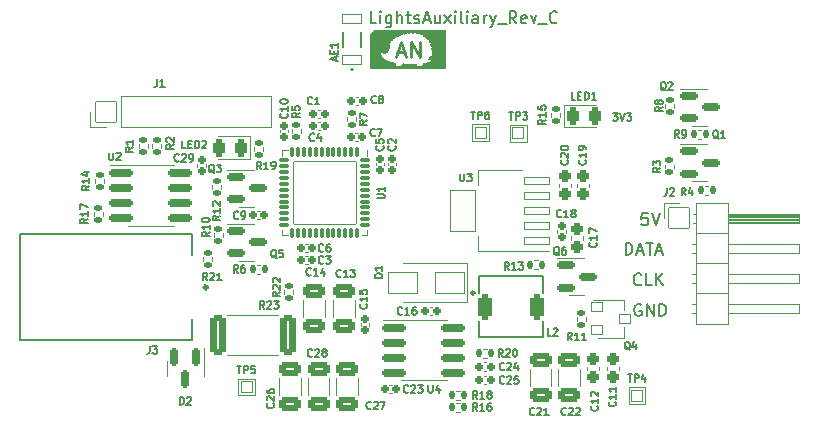
<source format=gto>
G04 #@! TF.GenerationSoftware,KiCad,Pcbnew,(6.0.0)*
G04 #@! TF.CreationDate,2022-02-07T00:21:05-08:00*
G04 #@! TF.ProjectId,LightsAuxiliary_Rev_C,4c696768-7473-4417-9578-696c69617279,rev?*
G04 #@! TF.SameCoordinates,Original*
G04 #@! TF.FileFunction,Legend,Top*
G04 #@! TF.FilePolarity,Positive*
%FSLAX46Y46*%
G04 Gerber Fmt 4.6, Leading zero omitted, Abs format (unit mm)*
G04 Created by KiCad (PCBNEW (6.0.0)) date 2022-02-07 00:21:05*
%MOMM*%
%LPD*%
G01*
G04 APERTURE LIST*
G04 Aperture macros list*
%AMRoundRect*
0 Rectangle with rounded corners*
0 $1 Rounding radius*
0 $2 $3 $4 $5 $6 $7 $8 $9 X,Y pos of 4 corners*
0 Add a 4 corners polygon primitive as box body*
4,1,4,$2,$3,$4,$5,$6,$7,$8,$9,$2,$3,0*
0 Add four circle primitives for the rounded corners*
1,1,$1+$1,$2,$3*
1,1,$1+$1,$4,$5*
1,1,$1+$1,$6,$7*
1,1,$1+$1,$8,$9*
0 Add four rect primitives between the rounded corners*
20,1,$1+$1,$2,$3,$4,$5,0*
20,1,$1+$1,$4,$5,$6,$7,0*
20,1,$1+$1,$6,$7,$8,$9,0*
20,1,$1+$1,$8,$9,$2,$3,0*%
G04 Aperture macros list end*
%ADD10C,0.152400*%
%ADD11C,0.127000*%
%ADD12C,0.254000*%
%ADD13C,0.120000*%
%ADD14C,0.100000*%
%ADD15C,0.200000*%
%ADD16C,0.153000*%
%ADD17C,0.276500*%
%ADD18C,0.300000*%
%ADD19RoundRect,0.087900X-0.062500X0.337500X-0.062500X-0.337500X0.062500X-0.337500X0.062500X0.337500X0*%
%ADD20RoundRect,0.087900X-0.337500X0.062500X-0.337500X-0.062500X0.337500X-0.062500X0.337500X0.062500X0*%
%ADD21RoundRect,0.025400X-2.650000X2.650000X-2.650000X-2.650000X2.650000X-2.650000X2.650000X2.650000X0*%
%ADD22RoundRect,0.025400X-0.500000X-0.500000X0.500000X-0.500000X0.500000X0.500000X-0.500000X0.500000X0*%
%ADD23C,3.250800*%
%ADD24RoundRect,0.160400X0.185000X-0.135000X0.185000X0.135000X-0.185000X0.135000X-0.185000X-0.135000X0*%
%ADD25RoundRect,0.269150X0.243750X0.456250X-0.243750X0.456250X-0.243750X-0.456250X0.243750X-0.456250X0*%
%ADD26RoundRect,0.165400X0.170000X-0.140000X0.170000X0.140000X-0.170000X0.140000X-0.170000X-0.140000X0*%
%ADD27RoundRect,0.175400X-0.587500X-0.150000X0.587500X-0.150000X0.587500X0.150000X-0.587500X0.150000X0*%
%ADD28RoundRect,0.160400X-0.185000X0.135000X-0.185000X-0.135000X0.185000X-0.135000X0.185000X0.135000X0*%
%ADD29RoundRect,0.165400X-0.140000X-0.170000X0.140000X-0.170000X0.140000X0.170000X-0.140000X0.170000X0*%
%ADD30RoundRect,0.160400X0.135000X0.185000X-0.135000X0.185000X-0.135000X-0.185000X0.135000X-0.185000X0*%
%ADD31RoundRect,0.160400X-0.135000X-0.185000X0.135000X-0.185000X0.135000X0.185000X-0.135000X0.185000X0*%
%ADD32RoundRect,0.250400X-0.250000X0.225000X-0.250000X-0.225000X0.250000X-0.225000X0.250000X0.225000X0*%
%ADD33RoundRect,0.275400X-0.650000X0.325000X-0.650000X-0.325000X0.650000X-0.325000X0.650000X0.325000X0*%
%ADD34RoundRect,0.025400X0.800000X-0.400000X0.800000X0.400000X-0.800000X0.400000X-0.800000X-0.400000X0*%
%ADD35RoundRect,0.300400X-0.275000X-0.775000X0.275000X-0.775000X0.275000X0.775000X-0.275000X0.775000X0*%
%ADD36RoundRect,0.269150X-0.243750X-0.456250X0.243750X-0.456250X0.243750X0.456250X-0.243750X0.456250X0*%
%ADD37RoundRect,0.025400X1.100000X0.300000X-1.100000X0.300000X-1.100000X-0.300000X1.100000X-0.300000X0*%
%ADD38RoundRect,0.025400X1.075000X1.725000X-1.075000X1.725000X-1.075000X-1.725000X1.075000X-1.725000X0*%
%ADD39RoundRect,0.275400X0.650000X-0.325000X0.650000X0.325000X-0.650000X0.325000X-0.650000X-0.325000X0*%
%ADD40RoundRect,0.175400X-0.825000X-0.150000X0.825000X-0.150000X0.825000X0.150000X-0.825000X0.150000X0*%
%ADD41O,2.550800X5.050800*%
%ADD42O,2.300800X4.550800*%
%ADD43RoundRect,0.175400X-0.150000X0.587500X-0.150000X-0.587500X0.150000X-0.587500X0.150000X0.587500X0*%
%ADD44RoundRect,0.275400X-0.362500X-1.425000X0.362500X-1.425000X0.362500X1.425000X-0.362500X1.425000X0*%
%ADD45O,1.750800X1.750800*%
%ADD46RoundRect,0.025400X-0.850000X-0.850000X0.850000X-0.850000X0.850000X0.850000X-0.850000X0.850000X0*%
%ADD47RoundRect,0.250400X0.250000X-0.225000X0.250000X0.225000X-0.250000X0.225000X-0.250000X-0.225000X0*%
%ADD48RoundRect,0.025400X1.250000X0.900000X-1.250000X0.900000X-1.250000X-0.900000X1.250000X-0.900000X0*%
%ADD49RoundRect,0.025400X-0.500000X-0.350000X0.500000X-0.350000X0.500000X0.350000X-0.500000X0.350000X0*%
%ADD50RoundRect,0.165400X-0.170000X0.140000X-0.170000X-0.140000X0.170000X-0.140000X0.170000X0.140000X0*%
%ADD51RoundRect,0.165400X0.140000X0.170000X-0.140000X0.170000X-0.140000X-0.170000X0.140000X-0.170000X0*%
%ADD52RoundRect,0.025400X0.850000X-0.850000X0.850000X0.850000X-0.850000X0.850000X-0.850000X-0.850000X0*%
G04 APERTURE END LIST*
D10*
X160896904Y-110820200D02*
X160800142Y-110771819D01*
X160655000Y-110771819D01*
X160509857Y-110820200D01*
X160413095Y-110916961D01*
X160364714Y-111013723D01*
X160316333Y-111207247D01*
X160316333Y-111352390D01*
X160364714Y-111545914D01*
X160413095Y-111642676D01*
X160509857Y-111739438D01*
X160655000Y-111787819D01*
X160751761Y-111787819D01*
X160896904Y-111739438D01*
X160945285Y-111691057D01*
X160945285Y-111352390D01*
X160751761Y-111352390D01*
X161380714Y-111787819D02*
X161380714Y-110771819D01*
X161961285Y-111787819D01*
X161961285Y-110771819D01*
X162445095Y-111787819D02*
X162445095Y-110771819D01*
X162687000Y-110771819D01*
X162832142Y-110820200D01*
X162928904Y-110916961D01*
X162977285Y-111013723D01*
X163025666Y-111207247D01*
X163025666Y-111352390D01*
X162977285Y-111545914D01*
X162928904Y-111642676D01*
X162832142Y-111739438D01*
X162687000Y-111787819D01*
X162445095Y-111787819D01*
X160913838Y-109100257D02*
X160865457Y-109148638D01*
X160720314Y-109197019D01*
X160623552Y-109197019D01*
X160478409Y-109148638D01*
X160381647Y-109051876D01*
X160333266Y-108955114D01*
X160284885Y-108761590D01*
X160284885Y-108616447D01*
X160333266Y-108422923D01*
X160381647Y-108326161D01*
X160478409Y-108229400D01*
X160623552Y-108181019D01*
X160720314Y-108181019D01*
X160865457Y-108229400D01*
X160913838Y-108277780D01*
X161833076Y-109197019D02*
X161349266Y-109197019D01*
X161349266Y-108181019D01*
X162171742Y-109197019D02*
X162171742Y-108181019D01*
X162752314Y-109197019D02*
X162316885Y-108616447D01*
X162752314Y-108181019D02*
X162171742Y-108761590D01*
X159588200Y-106606219D02*
X159588200Y-105590219D01*
X159830104Y-105590219D01*
X159975247Y-105638600D01*
X160072009Y-105735361D01*
X160120390Y-105832123D01*
X160168771Y-106025647D01*
X160168771Y-106170790D01*
X160120390Y-106364314D01*
X160072009Y-106461076D01*
X159975247Y-106557838D01*
X159830104Y-106606219D01*
X159588200Y-106606219D01*
X160555819Y-106315933D02*
X161039628Y-106315933D01*
X160459057Y-106606219D02*
X160797723Y-105590219D01*
X161136390Y-106606219D01*
X161329914Y-105590219D02*
X161910485Y-105590219D01*
X161620200Y-106606219D02*
X161620200Y-105590219D01*
X162200771Y-106315933D02*
X162684580Y-106315933D01*
X162104009Y-106606219D02*
X162442676Y-105590219D01*
X162781342Y-106606219D01*
X161452076Y-103075619D02*
X160968266Y-103075619D01*
X160919885Y-103559428D01*
X160968266Y-103511047D01*
X161065028Y-103462666D01*
X161306933Y-103462666D01*
X161403695Y-103511047D01*
X161452076Y-103559428D01*
X161500457Y-103656190D01*
X161500457Y-103898095D01*
X161452076Y-103994857D01*
X161403695Y-104043238D01*
X161306933Y-104091619D01*
X161065028Y-104091619D01*
X160968266Y-104043238D01*
X160919885Y-103994857D01*
X161790742Y-103075619D02*
X162129409Y-104091619D01*
X162468076Y-103075619D01*
X138494104Y-86997419D02*
X138010295Y-86997419D01*
X138010295Y-85981419D01*
X138832771Y-86997419D02*
X138832771Y-86320085D01*
X138832771Y-85981419D02*
X138784390Y-86029800D01*
X138832771Y-86078180D01*
X138881152Y-86029800D01*
X138832771Y-85981419D01*
X138832771Y-86078180D01*
X139752009Y-86320085D02*
X139752009Y-87142561D01*
X139703628Y-87239323D01*
X139655247Y-87287704D01*
X139558485Y-87336085D01*
X139413342Y-87336085D01*
X139316580Y-87287704D01*
X139752009Y-86949038D02*
X139655247Y-86997419D01*
X139461723Y-86997419D01*
X139364961Y-86949038D01*
X139316580Y-86900657D01*
X139268200Y-86803895D01*
X139268200Y-86513609D01*
X139316580Y-86416847D01*
X139364961Y-86368466D01*
X139461723Y-86320085D01*
X139655247Y-86320085D01*
X139752009Y-86368466D01*
X140235819Y-86997419D02*
X140235819Y-85981419D01*
X140671247Y-86997419D02*
X140671247Y-86465228D01*
X140622866Y-86368466D01*
X140526104Y-86320085D01*
X140380961Y-86320085D01*
X140284200Y-86368466D01*
X140235819Y-86416847D01*
X141009914Y-86320085D02*
X141396961Y-86320085D01*
X141155057Y-85981419D02*
X141155057Y-86852276D01*
X141203438Y-86949038D01*
X141300200Y-86997419D01*
X141396961Y-86997419D01*
X141687247Y-86949038D02*
X141784009Y-86997419D01*
X141977533Y-86997419D01*
X142074295Y-86949038D01*
X142122676Y-86852276D01*
X142122676Y-86803895D01*
X142074295Y-86707133D01*
X141977533Y-86658752D01*
X141832390Y-86658752D01*
X141735628Y-86610371D01*
X141687247Y-86513609D01*
X141687247Y-86465228D01*
X141735628Y-86368466D01*
X141832390Y-86320085D01*
X141977533Y-86320085D01*
X142074295Y-86368466D01*
X142509723Y-86707133D02*
X142993533Y-86707133D01*
X142412961Y-86997419D02*
X142751628Y-85981419D01*
X143090295Y-86997419D01*
X143864390Y-86320085D02*
X143864390Y-86997419D01*
X143428961Y-86320085D02*
X143428961Y-86852276D01*
X143477342Y-86949038D01*
X143574104Y-86997419D01*
X143719247Y-86997419D01*
X143816009Y-86949038D01*
X143864390Y-86900657D01*
X144251438Y-86997419D02*
X144783628Y-86320085D01*
X144251438Y-86320085D02*
X144783628Y-86997419D01*
X145170676Y-86997419D02*
X145170676Y-86320085D01*
X145170676Y-85981419D02*
X145122295Y-86029800D01*
X145170676Y-86078180D01*
X145219057Y-86029800D01*
X145170676Y-85981419D01*
X145170676Y-86078180D01*
X145799628Y-86997419D02*
X145702866Y-86949038D01*
X145654485Y-86852276D01*
X145654485Y-85981419D01*
X146186676Y-86997419D02*
X146186676Y-86320085D01*
X146186676Y-85981419D02*
X146138295Y-86029800D01*
X146186676Y-86078180D01*
X146235057Y-86029800D01*
X146186676Y-85981419D01*
X146186676Y-86078180D01*
X147105914Y-86997419D02*
X147105914Y-86465228D01*
X147057533Y-86368466D01*
X146960771Y-86320085D01*
X146767247Y-86320085D01*
X146670485Y-86368466D01*
X147105914Y-86949038D02*
X147009152Y-86997419D01*
X146767247Y-86997419D01*
X146670485Y-86949038D01*
X146622104Y-86852276D01*
X146622104Y-86755514D01*
X146670485Y-86658752D01*
X146767247Y-86610371D01*
X147009152Y-86610371D01*
X147105914Y-86561990D01*
X147589723Y-86997419D02*
X147589723Y-86320085D01*
X147589723Y-86513609D02*
X147638104Y-86416847D01*
X147686485Y-86368466D01*
X147783247Y-86320085D01*
X147880009Y-86320085D01*
X148121914Y-86320085D02*
X148363819Y-86997419D01*
X148605723Y-86320085D02*
X148363819Y-86997419D01*
X148267057Y-87239323D01*
X148218676Y-87287704D01*
X148121914Y-87336085D01*
X148750866Y-87094180D02*
X149524961Y-87094180D01*
X150347438Y-86997419D02*
X150008771Y-86513609D01*
X149766866Y-86997419D02*
X149766866Y-85981419D01*
X150153914Y-85981419D01*
X150250676Y-86029800D01*
X150299057Y-86078180D01*
X150347438Y-86174942D01*
X150347438Y-86320085D01*
X150299057Y-86416847D01*
X150250676Y-86465228D01*
X150153914Y-86513609D01*
X149766866Y-86513609D01*
X151169914Y-86949038D02*
X151073152Y-86997419D01*
X150879628Y-86997419D01*
X150782866Y-86949038D01*
X150734485Y-86852276D01*
X150734485Y-86465228D01*
X150782866Y-86368466D01*
X150879628Y-86320085D01*
X151073152Y-86320085D01*
X151169914Y-86368466D01*
X151218295Y-86465228D01*
X151218295Y-86561990D01*
X150734485Y-86658752D01*
X151556961Y-86320085D02*
X151798866Y-86997419D01*
X152040771Y-86320085D01*
X152185914Y-87094180D02*
X152960009Y-87094180D01*
X153782485Y-86900657D02*
X153734104Y-86949038D01*
X153588961Y-86997419D01*
X153492200Y-86997419D01*
X153347057Y-86949038D01*
X153250295Y-86852276D01*
X153201914Y-86755514D01*
X153153533Y-86561990D01*
X153153533Y-86416847D01*
X153201914Y-86223323D01*
X153250295Y-86126561D01*
X153347057Y-86029800D01*
X153492200Y-85981419D01*
X153588961Y-85981419D01*
X153734104Y-86029800D01*
X153782485Y-86078180D01*
D11*
X138564261Y-101829809D02*
X139078309Y-101829809D01*
X139138785Y-101799571D01*
X139169023Y-101769333D01*
X139199261Y-101708857D01*
X139199261Y-101587904D01*
X139169023Y-101527428D01*
X139138785Y-101497190D01*
X139078309Y-101466952D01*
X138564261Y-101466952D01*
X139199261Y-100831952D02*
X139199261Y-101194809D01*
X139199261Y-101013380D02*
X138564261Y-101013380D01*
X138654976Y-101073857D01*
X138715452Y-101134333D01*
X138745690Y-101194809D01*
D12*
X140281780Y-89467266D02*
X140886542Y-89467266D01*
X140160828Y-89830123D02*
X140584161Y-88560123D01*
X141007495Y-89830123D01*
X141430828Y-89830123D02*
X141430828Y-88560123D01*
X142156542Y-89830123D01*
X142156542Y-88560123D01*
D11*
X146518690Y-94470261D02*
X146881547Y-94470261D01*
X146700119Y-95105261D02*
X146700119Y-94470261D01*
X147093214Y-95105261D02*
X147093214Y-94470261D01*
X147335119Y-94470261D01*
X147395595Y-94500500D01*
X147425833Y-94530738D01*
X147456071Y-94591214D01*
X147456071Y-94681928D01*
X147425833Y-94742404D01*
X147395595Y-94772642D01*
X147335119Y-94802880D01*
X147093214Y-94802880D01*
X148000357Y-94470261D02*
X147879404Y-94470261D01*
X147818928Y-94500500D01*
X147788690Y-94530738D01*
X147728214Y-94621452D01*
X147697976Y-94742404D01*
X147697976Y-94984309D01*
X147728214Y-95044785D01*
X147758452Y-95075023D01*
X147818928Y-95105261D01*
X147939880Y-95105261D01*
X148000357Y-95075023D01*
X148030595Y-95044785D01*
X148060833Y-94984309D01*
X148060833Y-94833119D01*
X148030595Y-94772642D01*
X148000357Y-94742404D01*
X147939880Y-94712166D01*
X147818928Y-94712166D01*
X147758452Y-94742404D01*
X147728214Y-94772642D01*
X147697976Y-94833119D01*
X126706690Y-116009461D02*
X127069547Y-116009461D01*
X126888119Y-116644461D02*
X126888119Y-116009461D01*
X127281214Y-116644461D02*
X127281214Y-116009461D01*
X127523119Y-116009461D01*
X127583595Y-116039700D01*
X127613833Y-116069938D01*
X127644071Y-116130414D01*
X127644071Y-116221128D01*
X127613833Y-116281604D01*
X127583595Y-116311842D01*
X127523119Y-116342080D01*
X127281214Y-116342080D01*
X128218595Y-116009461D02*
X127916214Y-116009461D01*
X127885976Y-116311842D01*
X127916214Y-116281604D01*
X127976690Y-116251366D01*
X128127880Y-116251366D01*
X128188357Y-116281604D01*
X128218595Y-116311842D01*
X128248833Y-116372319D01*
X128248833Y-116523509D01*
X128218595Y-116583985D01*
X128188357Y-116614223D01*
X128127880Y-116644461D01*
X127976690Y-116644461D01*
X127916214Y-116614223D01*
X127885976Y-116583985D01*
X159777490Y-116720661D02*
X160140347Y-116720661D01*
X159958919Y-117355661D02*
X159958919Y-116720661D01*
X160352014Y-117355661D02*
X160352014Y-116720661D01*
X160593919Y-116720661D01*
X160654395Y-116750900D01*
X160684633Y-116781138D01*
X160714871Y-116841614D01*
X160714871Y-116932328D01*
X160684633Y-116992804D01*
X160654395Y-117023042D01*
X160593919Y-117053280D01*
X160352014Y-117053280D01*
X161259157Y-116932328D02*
X161259157Y-117355661D01*
X161107966Y-116690423D02*
X160956776Y-117143995D01*
X161349871Y-117143995D01*
X149719090Y-94521061D02*
X150081947Y-94521061D01*
X149900519Y-95156061D02*
X149900519Y-94521061D01*
X150293614Y-95156061D02*
X150293614Y-94521061D01*
X150535519Y-94521061D01*
X150595995Y-94551300D01*
X150626233Y-94581538D01*
X150656471Y-94642014D01*
X150656471Y-94732728D01*
X150626233Y-94793204D01*
X150595995Y-94823442D01*
X150535519Y-94853680D01*
X150293614Y-94853680D01*
X150868138Y-94521061D02*
X151261233Y-94521061D01*
X151049566Y-94762966D01*
X151140280Y-94762966D01*
X151200757Y-94793204D01*
X151230995Y-94823442D01*
X151261233Y-94883919D01*
X151261233Y-95035109D01*
X151230995Y-95095585D01*
X151200757Y-95125823D01*
X151140280Y-95156061D01*
X150958852Y-95156061D01*
X150898376Y-95125823D01*
X150868138Y-95095585D01*
X128750785Y-99347261D02*
X128539119Y-99044880D01*
X128387928Y-99347261D02*
X128387928Y-98712261D01*
X128629833Y-98712261D01*
X128690309Y-98742500D01*
X128720547Y-98772738D01*
X128750785Y-98833214D01*
X128750785Y-98923928D01*
X128720547Y-98984404D01*
X128690309Y-99014642D01*
X128629833Y-99044880D01*
X128387928Y-99044880D01*
X129355547Y-99347261D02*
X128992690Y-99347261D01*
X129174119Y-99347261D02*
X129174119Y-98712261D01*
X129113642Y-98802976D01*
X129053166Y-98863452D01*
X128992690Y-98893690D01*
X129657928Y-99347261D02*
X129778880Y-99347261D01*
X129839357Y-99317023D01*
X129869595Y-99286785D01*
X129930071Y-99196071D01*
X129960309Y-99075119D01*
X129960309Y-98833214D01*
X129930071Y-98772738D01*
X129899833Y-98742500D01*
X129839357Y-98712261D01*
X129718404Y-98712261D01*
X129657928Y-98742500D01*
X129627690Y-98772738D01*
X129597452Y-98833214D01*
X129597452Y-98984404D01*
X129627690Y-99044880D01*
X129657928Y-99075119D01*
X129718404Y-99105357D01*
X129839357Y-99105357D01*
X129899833Y-99075119D01*
X129930071Y-99044880D01*
X129960309Y-98984404D01*
X122352404Y-97569261D02*
X122050023Y-97569261D01*
X122050023Y-96934261D01*
X122564071Y-97236642D02*
X122775738Y-97236642D01*
X122866452Y-97569261D02*
X122564071Y-97569261D01*
X122564071Y-96934261D01*
X122866452Y-96934261D01*
X123138595Y-97569261D02*
X123138595Y-96934261D01*
X123289785Y-96934261D01*
X123380500Y-96964500D01*
X123440976Y-97024976D01*
X123471214Y-97085452D01*
X123501452Y-97206404D01*
X123501452Y-97297119D01*
X123471214Y-97418071D01*
X123440976Y-97478547D01*
X123380500Y-97539023D01*
X123289785Y-97569261D01*
X123138595Y-97569261D01*
X123743357Y-96994738D02*
X123773595Y-96964500D01*
X123834071Y-96934261D01*
X123985261Y-96934261D01*
X124045738Y-96964500D01*
X124075976Y-96994738D01*
X124106214Y-97055214D01*
X124106214Y-97115690D01*
X124075976Y-97206404D01*
X123713119Y-97569261D01*
X124106214Y-97569261D01*
X121765785Y-98651785D02*
X121735547Y-98682023D01*
X121644833Y-98712261D01*
X121584357Y-98712261D01*
X121493642Y-98682023D01*
X121433166Y-98621547D01*
X121402928Y-98561071D01*
X121372690Y-98440119D01*
X121372690Y-98349404D01*
X121402928Y-98228452D01*
X121433166Y-98167976D01*
X121493642Y-98107500D01*
X121584357Y-98077261D01*
X121644833Y-98077261D01*
X121735547Y-98107500D01*
X121765785Y-98137738D01*
X122007690Y-98137738D02*
X122037928Y-98107500D01*
X122098404Y-98077261D01*
X122249595Y-98077261D01*
X122310071Y-98107500D01*
X122340309Y-98137738D01*
X122370547Y-98198214D01*
X122370547Y-98258690D01*
X122340309Y-98349404D01*
X121977452Y-98712261D01*
X122370547Y-98712261D01*
X122672928Y-98712261D02*
X122793880Y-98712261D01*
X122854357Y-98682023D01*
X122884595Y-98651785D01*
X122945071Y-98561071D01*
X122975309Y-98440119D01*
X122975309Y-98198214D01*
X122945071Y-98137738D01*
X122914833Y-98107500D01*
X122854357Y-98077261D01*
X122733404Y-98077261D01*
X122672928Y-98107500D01*
X122642690Y-98137738D01*
X122612452Y-98198214D01*
X122612452Y-98349404D01*
X122642690Y-98409880D01*
X122672928Y-98440119D01*
X122733404Y-98470357D01*
X122854357Y-98470357D01*
X122914833Y-98440119D01*
X122945071Y-98409880D01*
X122975309Y-98349404D01*
X124780523Y-99661738D02*
X124720047Y-99631500D01*
X124659571Y-99571023D01*
X124568857Y-99480309D01*
X124508380Y-99450071D01*
X124447904Y-99450071D01*
X124478142Y-99601261D02*
X124417666Y-99571023D01*
X124357190Y-99510547D01*
X124326952Y-99389595D01*
X124326952Y-99177928D01*
X124357190Y-99056976D01*
X124417666Y-98996500D01*
X124478142Y-98966261D01*
X124599095Y-98966261D01*
X124659571Y-98996500D01*
X124720047Y-99056976D01*
X124750285Y-99177928D01*
X124750285Y-99389595D01*
X124720047Y-99510547D01*
X124659571Y-99571023D01*
X124599095Y-99601261D01*
X124478142Y-99601261D01*
X124961952Y-98966261D02*
X125355047Y-98966261D01*
X125143380Y-99208166D01*
X125234095Y-99208166D01*
X125294571Y-99238404D01*
X125324809Y-99268642D01*
X125355047Y-99329119D01*
X125355047Y-99480309D01*
X125324809Y-99540785D01*
X125294571Y-99571023D01*
X125234095Y-99601261D01*
X125052666Y-99601261D01*
X124992190Y-99571023D01*
X124961952Y-99540785D01*
X117889261Y-97514833D02*
X117586880Y-97726500D01*
X117889261Y-97877690D02*
X117254261Y-97877690D01*
X117254261Y-97635785D01*
X117284500Y-97575309D01*
X117314738Y-97545071D01*
X117375214Y-97514833D01*
X117465928Y-97514833D01*
X117526404Y-97545071D01*
X117556642Y-97575309D01*
X117586880Y-97635785D01*
X117586880Y-97877690D01*
X117889261Y-96910071D02*
X117889261Y-97272928D01*
X117889261Y-97091500D02*
X117254261Y-97091500D01*
X117344976Y-97151976D01*
X117405452Y-97212452D01*
X117435690Y-97272928D01*
X141196785Y-118209785D02*
X141166547Y-118240023D01*
X141075833Y-118270261D01*
X141015357Y-118270261D01*
X140924642Y-118240023D01*
X140864166Y-118179547D01*
X140833928Y-118119071D01*
X140803690Y-117998119D01*
X140803690Y-117907404D01*
X140833928Y-117786452D01*
X140864166Y-117725976D01*
X140924642Y-117665500D01*
X141015357Y-117635261D01*
X141075833Y-117635261D01*
X141166547Y-117665500D01*
X141196785Y-117695738D01*
X141438690Y-117695738D02*
X141468928Y-117665500D01*
X141529404Y-117635261D01*
X141680595Y-117635261D01*
X141741071Y-117665500D01*
X141771309Y-117695738D01*
X141801547Y-117756214D01*
X141801547Y-117816690D01*
X141771309Y-117907404D01*
X141408452Y-118270261D01*
X141801547Y-118270261D01*
X142013214Y-117635261D02*
X142406309Y-117635261D01*
X142194642Y-117877166D01*
X142285357Y-117877166D01*
X142345833Y-117907404D01*
X142376071Y-117937642D01*
X142406309Y-117998119D01*
X142406309Y-118149309D01*
X142376071Y-118209785D01*
X142345833Y-118240023D01*
X142285357Y-118270261D01*
X142103928Y-118270261D01*
X142043452Y-118240023D01*
X142013214Y-118209785D01*
X149197785Y-115222261D02*
X148986119Y-114919880D01*
X148834928Y-115222261D02*
X148834928Y-114587261D01*
X149076833Y-114587261D01*
X149137309Y-114617500D01*
X149167547Y-114647738D01*
X149197785Y-114708214D01*
X149197785Y-114798928D01*
X149167547Y-114859404D01*
X149137309Y-114889642D01*
X149076833Y-114919880D01*
X148834928Y-114919880D01*
X149439690Y-114647738D02*
X149469928Y-114617500D01*
X149530404Y-114587261D01*
X149681595Y-114587261D01*
X149742071Y-114617500D01*
X149772309Y-114647738D01*
X149802547Y-114708214D01*
X149802547Y-114768690D01*
X149772309Y-114859404D01*
X149409452Y-115222261D01*
X149802547Y-115222261D01*
X150195642Y-114587261D02*
X150256119Y-114587261D01*
X150316595Y-114617500D01*
X150346833Y-114647738D01*
X150377071Y-114708214D01*
X150407309Y-114829166D01*
X150407309Y-114980357D01*
X150377071Y-115101309D01*
X150346833Y-115161785D01*
X150316595Y-115192023D01*
X150256119Y-115222261D01*
X150195642Y-115222261D01*
X150135166Y-115192023D01*
X150104928Y-115161785D01*
X150074690Y-115101309D01*
X150044452Y-114980357D01*
X150044452Y-114829166D01*
X150074690Y-114708214D01*
X150104928Y-114647738D01*
X150135166Y-114617500D01*
X150195642Y-114587261D01*
X126767166Y-108110261D02*
X126555500Y-107807880D01*
X126404309Y-108110261D02*
X126404309Y-107475261D01*
X126646214Y-107475261D01*
X126706690Y-107505500D01*
X126736928Y-107535738D01*
X126767166Y-107596214D01*
X126767166Y-107686928D01*
X126736928Y-107747404D01*
X126706690Y-107777642D01*
X126646214Y-107807880D01*
X126404309Y-107807880D01*
X127311452Y-107475261D02*
X127190500Y-107475261D01*
X127130023Y-107505500D01*
X127099785Y-107535738D01*
X127039309Y-107626452D01*
X127009071Y-107747404D01*
X127009071Y-107989309D01*
X127039309Y-108049785D01*
X127069547Y-108080023D01*
X127130023Y-108110261D01*
X127250976Y-108110261D01*
X127311452Y-108080023D01*
X127341690Y-108049785D01*
X127371928Y-107989309D01*
X127371928Y-107838119D01*
X127341690Y-107777642D01*
X127311452Y-107747404D01*
X127250976Y-107717166D01*
X127130023Y-107717166D01*
X127069547Y-107747404D01*
X127039309Y-107777642D01*
X127009071Y-107838119D01*
X157198785Y-119407214D02*
X157229023Y-119437452D01*
X157259261Y-119528166D01*
X157259261Y-119588642D01*
X157229023Y-119679357D01*
X157168547Y-119739833D01*
X157108071Y-119770071D01*
X156987119Y-119800309D01*
X156896404Y-119800309D01*
X156775452Y-119770071D01*
X156714976Y-119739833D01*
X156654500Y-119679357D01*
X156624261Y-119588642D01*
X156624261Y-119528166D01*
X156654500Y-119437452D01*
X156684738Y-119407214D01*
X157259261Y-118802452D02*
X157259261Y-119165309D01*
X157259261Y-118983880D02*
X156624261Y-118983880D01*
X156714976Y-119044357D01*
X156775452Y-119104833D01*
X156805690Y-119165309D01*
X156684738Y-118560547D02*
X156654500Y-118530309D01*
X156624261Y-118469833D01*
X156624261Y-118318642D01*
X156654500Y-118258166D01*
X156684738Y-118227928D01*
X156745214Y-118197690D01*
X156805690Y-118197690D01*
X156896404Y-118227928D01*
X157259261Y-118590785D01*
X157259261Y-118197690D01*
X129766785Y-119178614D02*
X129797023Y-119208852D01*
X129827261Y-119299566D01*
X129827261Y-119360042D01*
X129797023Y-119450757D01*
X129736547Y-119511233D01*
X129676071Y-119541471D01*
X129555119Y-119571709D01*
X129464404Y-119571709D01*
X129343452Y-119541471D01*
X129282976Y-119511233D01*
X129222500Y-119450757D01*
X129192261Y-119360042D01*
X129192261Y-119299566D01*
X129222500Y-119208852D01*
X129252738Y-119178614D01*
X129252738Y-118936709D02*
X129222500Y-118906471D01*
X129192261Y-118845995D01*
X129192261Y-118694804D01*
X129222500Y-118634328D01*
X129252738Y-118604090D01*
X129313214Y-118573852D01*
X129373690Y-118573852D01*
X129464404Y-118604090D01*
X129827261Y-118966947D01*
X129827261Y-118573852D01*
X129192261Y-118029566D02*
X129192261Y-118150519D01*
X129222500Y-118210995D01*
X129252738Y-118241233D01*
X129343452Y-118301709D01*
X129464404Y-118331947D01*
X129706309Y-118331947D01*
X129766785Y-118301709D01*
X129797023Y-118271471D01*
X129827261Y-118210995D01*
X129827261Y-118090042D01*
X129797023Y-118029566D01*
X129766785Y-117999328D01*
X129706309Y-117969090D01*
X129555119Y-117969090D01*
X129494642Y-117999328D01*
X129464404Y-118029566D01*
X129434166Y-118090042D01*
X129434166Y-118210995D01*
X129464404Y-118271471D01*
X129494642Y-118301709D01*
X129555119Y-118331947D01*
X121345261Y-97260833D02*
X121042880Y-97472500D01*
X121345261Y-97623690D02*
X120710261Y-97623690D01*
X120710261Y-97381785D01*
X120740500Y-97321309D01*
X120770738Y-97291071D01*
X120831214Y-97260833D01*
X120921928Y-97260833D01*
X120982404Y-97291071D01*
X121012642Y-97321309D01*
X121042880Y-97381785D01*
X121042880Y-97623690D01*
X120770738Y-97018928D02*
X120740500Y-96988690D01*
X120710261Y-96928214D01*
X120710261Y-96777023D01*
X120740500Y-96716547D01*
X120770738Y-96686309D01*
X120831214Y-96656071D01*
X120891690Y-96656071D01*
X120982404Y-96686309D01*
X121345261Y-97049166D01*
X121345261Y-96656071D01*
X131986261Y-94593833D02*
X131683880Y-94805500D01*
X131986261Y-94956690D02*
X131351261Y-94956690D01*
X131351261Y-94714785D01*
X131381500Y-94654309D01*
X131411738Y-94624071D01*
X131472214Y-94593833D01*
X131562928Y-94593833D01*
X131623404Y-94624071D01*
X131653642Y-94654309D01*
X131683880Y-94714785D01*
X131683880Y-94956690D01*
X131351261Y-94019309D02*
X131351261Y-94321690D01*
X131653642Y-94351928D01*
X131623404Y-94321690D01*
X131593166Y-94261214D01*
X131593166Y-94110023D01*
X131623404Y-94049547D01*
X131653642Y-94019309D01*
X131714119Y-93989071D01*
X131865309Y-93989071D01*
X131925785Y-94019309D01*
X131956023Y-94049547D01*
X131986261Y-94110023D01*
X131986261Y-94261214D01*
X131956023Y-94321690D01*
X131925785Y-94351928D01*
X124178785Y-108745261D02*
X123967119Y-108442880D01*
X123815928Y-108745261D02*
X123815928Y-108110261D01*
X124057833Y-108110261D01*
X124118309Y-108140500D01*
X124148547Y-108170738D01*
X124178785Y-108231214D01*
X124178785Y-108321928D01*
X124148547Y-108382404D01*
X124118309Y-108412642D01*
X124057833Y-108442880D01*
X123815928Y-108442880D01*
X124420690Y-108170738D02*
X124450928Y-108140500D01*
X124511404Y-108110261D01*
X124662595Y-108110261D01*
X124723071Y-108140500D01*
X124753309Y-108170738D01*
X124783547Y-108231214D01*
X124783547Y-108291690D01*
X124753309Y-108382404D01*
X124390452Y-108745261D01*
X124783547Y-108745261D01*
X125388309Y-108745261D02*
X125025452Y-108745261D01*
X125206880Y-108745261D02*
X125206880Y-108110261D01*
X125146404Y-108200976D01*
X125085928Y-108261452D01*
X125025452Y-108291690D01*
X135038833Y-90170833D02*
X135038833Y-89868452D01*
X135220261Y-90231309D02*
X134585261Y-90019642D01*
X135220261Y-89807976D01*
X134887642Y-89596309D02*
X134887642Y-89384642D01*
X135220261Y-89293928D02*
X135220261Y-89596309D01*
X134585261Y-89596309D01*
X134585261Y-89293928D01*
X135220261Y-88689166D02*
X135220261Y-89052023D01*
X135220261Y-88870595D02*
X134585261Y-88870595D01*
X134675976Y-88931071D01*
X134736452Y-88991547D01*
X134766690Y-89052023D01*
X153310166Y-113444261D02*
X153007785Y-113444261D01*
X153007785Y-112809261D01*
X153491595Y-112869738D02*
X153521833Y-112839500D01*
X153582309Y-112809261D01*
X153733500Y-112809261D01*
X153793976Y-112839500D01*
X153824214Y-112869738D01*
X153854452Y-112930214D01*
X153854452Y-112990690D01*
X153824214Y-113081404D01*
X153461357Y-113444261D01*
X153854452Y-113444261D01*
X139037785Y-97387833D02*
X139068023Y-97418071D01*
X139098261Y-97508785D01*
X139098261Y-97569261D01*
X139068023Y-97659976D01*
X139007547Y-97720452D01*
X138947071Y-97750690D01*
X138826119Y-97780928D01*
X138735404Y-97780928D01*
X138614452Y-97750690D01*
X138553976Y-97720452D01*
X138493500Y-97659976D01*
X138463261Y-97569261D01*
X138463261Y-97508785D01*
X138493500Y-97418071D01*
X138523738Y-97387833D01*
X138463261Y-96813309D02*
X138463261Y-97115690D01*
X138765642Y-97145928D01*
X138735404Y-97115690D01*
X138705166Y-97055214D01*
X138705166Y-96904023D01*
X138735404Y-96843547D01*
X138765642Y-96813309D01*
X138826119Y-96783071D01*
X138977309Y-96783071D01*
X139037785Y-96813309D01*
X139068023Y-96843547D01*
X139098261Y-96904023D01*
X139098261Y-97055214D01*
X139068023Y-97115690D01*
X139037785Y-97145928D01*
X149324785Y-117447785D02*
X149294547Y-117478023D01*
X149203833Y-117508261D01*
X149143357Y-117508261D01*
X149052642Y-117478023D01*
X148992166Y-117417547D01*
X148961928Y-117357071D01*
X148931690Y-117236119D01*
X148931690Y-117145404D01*
X148961928Y-117024452D01*
X148992166Y-116963976D01*
X149052642Y-116903500D01*
X149143357Y-116873261D01*
X149203833Y-116873261D01*
X149294547Y-116903500D01*
X149324785Y-116933738D01*
X149566690Y-116933738D02*
X149596928Y-116903500D01*
X149657404Y-116873261D01*
X149808595Y-116873261D01*
X149869071Y-116903500D01*
X149899309Y-116933738D01*
X149929547Y-116994214D01*
X149929547Y-117054690D01*
X149899309Y-117145404D01*
X149536452Y-117508261D01*
X149929547Y-117508261D01*
X150504071Y-116873261D02*
X150201690Y-116873261D01*
X150171452Y-117175642D01*
X150201690Y-117145404D01*
X150262166Y-117115166D01*
X150413357Y-117115166D01*
X150473833Y-117145404D01*
X150504071Y-117175642D01*
X150534309Y-117236119D01*
X150534309Y-117387309D01*
X150504071Y-117447785D01*
X150473833Y-117478023D01*
X150413357Y-117508261D01*
X150262166Y-117508261D01*
X150201690Y-117478023D01*
X150171452Y-117447785D01*
X134006166Y-106271785D02*
X133975928Y-106302023D01*
X133885214Y-106332261D01*
X133824738Y-106332261D01*
X133734023Y-106302023D01*
X133673547Y-106241547D01*
X133643309Y-106181071D01*
X133613071Y-106060119D01*
X133613071Y-105969404D01*
X133643309Y-105848452D01*
X133673547Y-105787976D01*
X133734023Y-105727500D01*
X133824738Y-105697261D01*
X133885214Y-105697261D01*
X133975928Y-105727500D01*
X134006166Y-105757738D01*
X134550452Y-105697261D02*
X134429500Y-105697261D01*
X134369023Y-105727500D01*
X134338785Y-105757738D01*
X134278309Y-105848452D01*
X134248071Y-105969404D01*
X134248071Y-106211309D01*
X134278309Y-106271785D01*
X134308547Y-106302023D01*
X134369023Y-106332261D01*
X134489976Y-106332261D01*
X134550452Y-106302023D01*
X134580690Y-106271785D01*
X134610928Y-106211309D01*
X134610928Y-106060119D01*
X134580690Y-105999642D01*
X134550452Y-105969404D01*
X134489976Y-105939166D01*
X134369023Y-105939166D01*
X134308547Y-105969404D01*
X134278309Y-105999642D01*
X134248071Y-106060119D01*
X155039785Y-113825261D02*
X154828119Y-113522880D01*
X154676928Y-113825261D02*
X154676928Y-113190261D01*
X154918833Y-113190261D01*
X154979309Y-113220500D01*
X155009547Y-113250738D01*
X155039785Y-113311214D01*
X155039785Y-113401928D01*
X155009547Y-113462404D01*
X154979309Y-113492642D01*
X154918833Y-113522880D01*
X154676928Y-113522880D01*
X155644547Y-113825261D02*
X155281690Y-113825261D01*
X155463119Y-113825261D02*
X155463119Y-113190261D01*
X155402642Y-113280976D01*
X155342166Y-113341452D01*
X155281690Y-113371690D01*
X156249309Y-113825261D02*
X155886452Y-113825261D01*
X156067880Y-113825261D02*
X156067880Y-113190261D01*
X156007404Y-113280976D01*
X155946928Y-113341452D01*
X155886452Y-113371690D01*
X114174761Y-100738214D02*
X113872380Y-100949880D01*
X114174761Y-101101071D02*
X113539761Y-101101071D01*
X113539761Y-100859166D01*
X113570000Y-100798690D01*
X113600238Y-100768452D01*
X113660714Y-100738214D01*
X113751428Y-100738214D01*
X113811904Y-100768452D01*
X113842142Y-100798690D01*
X113872380Y-100859166D01*
X113872380Y-101101071D01*
X114174761Y-100133452D02*
X114174761Y-100496309D01*
X114174761Y-100314880D02*
X113539761Y-100314880D01*
X113630476Y-100375357D01*
X113690952Y-100435833D01*
X113721190Y-100496309D01*
X113751428Y-99589166D02*
X114174761Y-99589166D01*
X113509523Y-99740357D02*
X113963095Y-99891547D01*
X113963095Y-99498452D01*
X152839661Y-95150214D02*
X152537280Y-95361880D01*
X152839661Y-95513071D02*
X152204661Y-95513071D01*
X152204661Y-95271166D01*
X152234900Y-95210690D01*
X152265138Y-95180452D01*
X152325614Y-95150214D01*
X152416328Y-95150214D01*
X152476804Y-95180452D01*
X152507042Y-95210690D01*
X152537280Y-95271166D01*
X152537280Y-95513071D01*
X152839661Y-94545452D02*
X152839661Y-94908309D01*
X152839661Y-94726880D02*
X152204661Y-94726880D01*
X152295376Y-94787357D01*
X152355852Y-94847833D01*
X152386090Y-94908309D01*
X152204661Y-93970928D02*
X152204661Y-94273309D01*
X152507042Y-94303547D01*
X152476804Y-94273309D01*
X152446566Y-94212833D01*
X152446566Y-94061642D01*
X152476804Y-94001166D01*
X152507042Y-93970928D01*
X152567519Y-93940690D01*
X152718709Y-93940690D01*
X152779185Y-93970928D01*
X152809423Y-94001166D01*
X152839661Y-94061642D01*
X152839661Y-94212833D01*
X152809423Y-94273309D01*
X152779185Y-94303547D01*
X149705785Y-107856261D02*
X149494119Y-107553880D01*
X149342928Y-107856261D02*
X149342928Y-107221261D01*
X149584833Y-107221261D01*
X149645309Y-107251500D01*
X149675547Y-107281738D01*
X149705785Y-107342214D01*
X149705785Y-107432928D01*
X149675547Y-107493404D01*
X149645309Y-107523642D01*
X149584833Y-107553880D01*
X149342928Y-107553880D01*
X150310547Y-107856261D02*
X149947690Y-107856261D01*
X150129119Y-107856261D02*
X150129119Y-107221261D01*
X150068642Y-107311976D01*
X150008166Y-107372452D01*
X149947690Y-107402690D01*
X150522214Y-107221261D02*
X150915309Y-107221261D01*
X150703642Y-107463166D01*
X150794357Y-107463166D01*
X150854833Y-107493404D01*
X150885071Y-107523642D01*
X150915309Y-107584119D01*
X150915309Y-107735309D01*
X150885071Y-107795785D01*
X150854833Y-107826023D01*
X150794357Y-107856261D01*
X150612928Y-107856261D01*
X150552452Y-107826023D01*
X150522214Y-107795785D01*
X124366261Y-104675214D02*
X124063880Y-104886880D01*
X124366261Y-105038071D02*
X123731261Y-105038071D01*
X123731261Y-104796166D01*
X123761500Y-104735690D01*
X123791738Y-104705452D01*
X123852214Y-104675214D01*
X123942928Y-104675214D01*
X124003404Y-104705452D01*
X124033642Y-104735690D01*
X124063880Y-104796166D01*
X124063880Y-105038071D01*
X124366261Y-104070452D02*
X124366261Y-104433309D01*
X124366261Y-104251880D02*
X123731261Y-104251880D01*
X123821976Y-104312357D01*
X123882452Y-104372833D01*
X123912690Y-104433309D01*
X123731261Y-103677357D02*
X123731261Y-103616880D01*
X123761500Y-103556404D01*
X123791738Y-103526166D01*
X123852214Y-103495928D01*
X123973166Y-103465690D01*
X124124357Y-103465690D01*
X124245309Y-103495928D01*
X124305785Y-103526166D01*
X124336023Y-103556404D01*
X124366261Y-103616880D01*
X124366261Y-103677357D01*
X124336023Y-103737833D01*
X124305785Y-103768071D01*
X124245309Y-103798309D01*
X124124357Y-103828547D01*
X123973166Y-103828547D01*
X123852214Y-103798309D01*
X123791738Y-103768071D01*
X123761500Y-103737833D01*
X123731261Y-103677357D01*
X155347004Y-93480861D02*
X155044623Y-93480861D01*
X155044623Y-92845861D01*
X155558671Y-93148242D02*
X155770338Y-93148242D01*
X155861052Y-93480861D02*
X155558671Y-93480861D01*
X155558671Y-92845861D01*
X155861052Y-92845861D01*
X156133195Y-93480861D02*
X156133195Y-92845861D01*
X156284385Y-92845861D01*
X156375100Y-92876100D01*
X156435576Y-92936576D01*
X156465814Y-92997052D01*
X156496052Y-93118004D01*
X156496052Y-93208719D01*
X156465814Y-93329671D01*
X156435576Y-93390147D01*
X156375100Y-93450623D01*
X156284385Y-93480861D01*
X156133195Y-93480861D01*
X157100814Y-93480861D02*
X156737957Y-93480861D01*
X156919385Y-93480861D02*
X156919385Y-92845861D01*
X156858909Y-92936576D01*
X156798433Y-92997052D01*
X156737957Y-93027290D01*
X158522609Y-94597461D02*
X158915704Y-94597461D01*
X158704038Y-94839366D01*
X158794752Y-94839366D01*
X158855228Y-94869604D01*
X158885466Y-94899842D01*
X158915704Y-94960319D01*
X158915704Y-95111509D01*
X158885466Y-95171985D01*
X158855228Y-95202223D01*
X158794752Y-95232461D01*
X158613323Y-95232461D01*
X158552847Y-95202223D01*
X158522609Y-95171985D01*
X159097133Y-94597461D02*
X159308800Y-95232461D01*
X159520466Y-94597461D01*
X159671657Y-94597461D02*
X160064752Y-94597461D01*
X159853085Y-94839366D01*
X159943800Y-94839366D01*
X160004276Y-94869604D01*
X160034514Y-94899842D01*
X160064752Y-94960319D01*
X160064752Y-95111509D01*
X160034514Y-95171985D01*
X160004276Y-95202223D01*
X159943800Y-95232461D01*
X159762371Y-95232461D01*
X159701895Y-95202223D01*
X159671657Y-95171985D01*
X153990523Y-106646738D02*
X153930047Y-106616500D01*
X153869571Y-106556023D01*
X153778857Y-106465309D01*
X153718380Y-106435071D01*
X153657904Y-106435071D01*
X153688142Y-106586261D02*
X153627666Y-106556023D01*
X153567190Y-106495547D01*
X153536952Y-106374595D01*
X153536952Y-106162928D01*
X153567190Y-106041976D01*
X153627666Y-105981500D01*
X153688142Y-105951261D01*
X153809095Y-105951261D01*
X153869571Y-105981500D01*
X153930047Y-106041976D01*
X153960285Y-106162928D01*
X153960285Y-106374595D01*
X153930047Y-106495547D01*
X153869571Y-106556023D01*
X153809095Y-106586261D01*
X153688142Y-106586261D01*
X154504571Y-105951261D02*
X154383619Y-105951261D01*
X154323142Y-105981500D01*
X154292904Y-106011738D01*
X154232428Y-106102452D01*
X154202190Y-106223404D01*
X154202190Y-106465309D01*
X154232428Y-106525785D01*
X154262666Y-106556023D01*
X154323142Y-106586261D01*
X154444095Y-106586261D01*
X154504571Y-106556023D01*
X154534809Y-106525785D01*
X154565047Y-106465309D01*
X154565047Y-106314119D01*
X154534809Y-106253642D01*
X154504571Y-106223404D01*
X154444095Y-106193166D01*
X154323142Y-106193166D01*
X154262666Y-106223404D01*
X154232428Y-106253642D01*
X154202190Y-106314119D01*
X130909785Y-94642214D02*
X130940023Y-94672452D01*
X130970261Y-94763166D01*
X130970261Y-94823642D01*
X130940023Y-94914357D01*
X130879547Y-94974833D01*
X130819071Y-95005071D01*
X130698119Y-95035309D01*
X130607404Y-95035309D01*
X130486452Y-95005071D01*
X130425976Y-94974833D01*
X130365500Y-94914357D01*
X130335261Y-94823642D01*
X130335261Y-94763166D01*
X130365500Y-94672452D01*
X130395738Y-94642214D01*
X130970261Y-94037452D02*
X130970261Y-94400309D01*
X130970261Y-94218880D02*
X130335261Y-94218880D01*
X130425976Y-94279357D01*
X130486452Y-94339833D01*
X130516690Y-94400309D01*
X130335261Y-93644357D02*
X130335261Y-93583880D01*
X130365500Y-93523404D01*
X130395738Y-93493166D01*
X130456214Y-93462928D01*
X130577166Y-93432690D01*
X130728357Y-93432690D01*
X130849309Y-93462928D01*
X130909785Y-93493166D01*
X130940023Y-93523404D01*
X130970261Y-93583880D01*
X130970261Y-93644357D01*
X130940023Y-93704833D01*
X130909785Y-93735071D01*
X130849309Y-93765309D01*
X130728357Y-93795547D01*
X130577166Y-93795547D01*
X130456214Y-93765309D01*
X130395738Y-93735071D01*
X130365500Y-93704833D01*
X130335261Y-93644357D01*
X145566190Y-99728261D02*
X145566190Y-100242309D01*
X145596428Y-100302785D01*
X145626666Y-100333023D01*
X145687142Y-100363261D01*
X145808095Y-100363261D01*
X145868571Y-100333023D01*
X145898809Y-100302785D01*
X145929047Y-100242309D01*
X145929047Y-99728261D01*
X146170952Y-99728261D02*
X146564047Y-99728261D01*
X146352380Y-99970166D01*
X146443095Y-99970166D01*
X146503571Y-100000404D01*
X146533809Y-100030642D01*
X146564047Y-100091119D01*
X146564047Y-100242309D01*
X146533809Y-100302785D01*
X146503571Y-100333023D01*
X146443095Y-100363261D01*
X146261666Y-100363261D01*
X146201190Y-100333023D01*
X146170952Y-100302785D01*
X132941785Y-108303785D02*
X132911547Y-108334023D01*
X132820833Y-108364261D01*
X132760357Y-108364261D01*
X132669642Y-108334023D01*
X132609166Y-108273547D01*
X132578928Y-108213071D01*
X132548690Y-108092119D01*
X132548690Y-108001404D01*
X132578928Y-107880452D01*
X132609166Y-107819976D01*
X132669642Y-107759500D01*
X132760357Y-107729261D01*
X132820833Y-107729261D01*
X132911547Y-107759500D01*
X132941785Y-107789738D01*
X133546547Y-108364261D02*
X133183690Y-108364261D01*
X133365119Y-108364261D02*
X133365119Y-107729261D01*
X133304642Y-107819976D01*
X133244166Y-107880452D01*
X133183690Y-107910690D01*
X134090833Y-107940928D02*
X134090833Y-108364261D01*
X133939642Y-107699023D02*
X133788452Y-108152595D01*
X134181547Y-108152595D01*
X142899190Y-117635261D02*
X142899190Y-118149309D01*
X142929428Y-118209785D01*
X142959666Y-118240023D01*
X143020142Y-118270261D01*
X143141095Y-118270261D01*
X143201571Y-118240023D01*
X143231809Y-118209785D01*
X143262047Y-118149309D01*
X143262047Y-117635261D01*
X143836571Y-117846928D02*
X143836571Y-118270261D01*
X143685380Y-117605023D02*
X143534190Y-118058595D01*
X143927285Y-118058595D01*
X164105166Y-96680261D02*
X163893500Y-96377880D01*
X163742309Y-96680261D02*
X163742309Y-96045261D01*
X163984214Y-96045261D01*
X164044690Y-96075500D01*
X164074928Y-96105738D01*
X164105166Y-96166214D01*
X164105166Y-96256928D01*
X164074928Y-96317404D01*
X164044690Y-96347642D01*
X163984214Y-96377880D01*
X163742309Y-96377880D01*
X164407547Y-96680261D02*
X164528500Y-96680261D01*
X164588976Y-96650023D01*
X164619214Y-96619785D01*
X164679690Y-96529071D01*
X164709928Y-96408119D01*
X164709928Y-96166214D01*
X164679690Y-96105738D01*
X164649452Y-96075500D01*
X164588976Y-96045261D01*
X164468023Y-96045261D01*
X164407547Y-96075500D01*
X164377309Y-96105738D01*
X164347071Y-96166214D01*
X164347071Y-96317404D01*
X164377309Y-96377880D01*
X164407547Y-96408119D01*
X164468023Y-96438357D01*
X164588976Y-96438357D01*
X164649452Y-96408119D01*
X164679690Y-96377880D01*
X164709928Y-96317404D01*
X119295333Y-114333261D02*
X119295333Y-114786833D01*
X119265095Y-114877547D01*
X119204619Y-114938023D01*
X119113904Y-114968261D01*
X119053428Y-114968261D01*
X119537238Y-114333261D02*
X119930333Y-114333261D01*
X119718666Y-114575166D01*
X119809380Y-114575166D01*
X119869857Y-114605404D01*
X119900095Y-114635642D01*
X119930333Y-114696119D01*
X119930333Y-114847309D01*
X119900095Y-114907785D01*
X119869857Y-114938023D01*
X119809380Y-114968261D01*
X119627952Y-114968261D01*
X119567476Y-114938023D01*
X119537238Y-114907785D01*
X140053785Y-97387833D02*
X140084023Y-97418071D01*
X140114261Y-97508785D01*
X140114261Y-97569261D01*
X140084023Y-97659976D01*
X140023547Y-97720452D01*
X139963071Y-97750690D01*
X139842119Y-97780928D01*
X139751404Y-97780928D01*
X139630452Y-97750690D01*
X139569976Y-97720452D01*
X139509500Y-97659976D01*
X139479261Y-97569261D01*
X139479261Y-97508785D01*
X139509500Y-97418071D01*
X139539738Y-97387833D01*
X139539738Y-97145928D02*
X139509500Y-97115690D01*
X139479261Y-97055214D01*
X139479261Y-96904023D01*
X139509500Y-96843547D01*
X139539738Y-96813309D01*
X139600214Y-96783071D01*
X139660690Y-96783071D01*
X139751404Y-96813309D01*
X140114261Y-97176166D01*
X140114261Y-96783071D01*
X157071785Y-105564214D02*
X157102023Y-105594452D01*
X157132261Y-105685166D01*
X157132261Y-105745642D01*
X157102023Y-105836357D01*
X157041547Y-105896833D01*
X156981071Y-105927071D01*
X156860119Y-105957309D01*
X156769404Y-105957309D01*
X156648452Y-105927071D01*
X156587976Y-105896833D01*
X156527500Y-105836357D01*
X156497261Y-105745642D01*
X156497261Y-105685166D01*
X156527500Y-105594452D01*
X156557738Y-105564214D01*
X157132261Y-104959452D02*
X157132261Y-105322309D01*
X157132261Y-105140880D02*
X156497261Y-105140880D01*
X156587976Y-105201357D01*
X156648452Y-105261833D01*
X156678690Y-105322309D01*
X156497261Y-104747785D02*
X156497261Y-104324452D01*
X157132261Y-104596595D01*
X135481785Y-108430785D02*
X135451547Y-108461023D01*
X135360833Y-108491261D01*
X135300357Y-108491261D01*
X135209642Y-108461023D01*
X135149166Y-108400547D01*
X135118928Y-108340071D01*
X135088690Y-108219119D01*
X135088690Y-108128404D01*
X135118928Y-108007452D01*
X135149166Y-107946976D01*
X135209642Y-107886500D01*
X135300357Y-107856261D01*
X135360833Y-107856261D01*
X135451547Y-107886500D01*
X135481785Y-107916738D01*
X136086547Y-108491261D02*
X135723690Y-108491261D01*
X135905119Y-108491261D02*
X135905119Y-107856261D01*
X135844642Y-107946976D01*
X135784166Y-108007452D01*
X135723690Y-108037690D01*
X136298214Y-107856261D02*
X136691309Y-107856261D01*
X136479642Y-108098166D01*
X136570357Y-108098166D01*
X136630833Y-108128404D01*
X136661071Y-108158642D01*
X136691309Y-108219119D01*
X136691309Y-108370309D01*
X136661071Y-108430785D01*
X136630833Y-108461023D01*
X136570357Y-108491261D01*
X136388928Y-108491261D01*
X136328452Y-108461023D01*
X136298214Y-108430785D01*
X164691666Y-101567261D02*
X164480000Y-101264880D01*
X164328809Y-101567261D02*
X164328809Y-100932261D01*
X164570714Y-100932261D01*
X164631190Y-100962500D01*
X164661428Y-100992738D01*
X164691666Y-101053214D01*
X164691666Y-101143928D01*
X164661428Y-101204404D01*
X164631190Y-101234642D01*
X164570714Y-101264880D01*
X164328809Y-101264880D01*
X165235952Y-101143928D02*
X165235952Y-101567261D01*
X165084761Y-100902023D02*
X164933571Y-101355595D01*
X165326666Y-101355595D01*
X147038785Y-119794261D02*
X146827119Y-119491880D01*
X146675928Y-119794261D02*
X146675928Y-119159261D01*
X146917833Y-119159261D01*
X146978309Y-119189500D01*
X147008547Y-119219738D01*
X147038785Y-119280214D01*
X147038785Y-119370928D01*
X147008547Y-119431404D01*
X146978309Y-119461642D01*
X146917833Y-119491880D01*
X146675928Y-119491880D01*
X147643547Y-119794261D02*
X147280690Y-119794261D01*
X147462119Y-119794261D02*
X147462119Y-119159261D01*
X147401642Y-119249976D01*
X147341166Y-119310452D01*
X147280690Y-119340690D01*
X148187833Y-119159261D02*
X148066880Y-119159261D01*
X148006404Y-119189500D01*
X147976166Y-119219738D01*
X147915690Y-119310452D01*
X147885452Y-119431404D01*
X147885452Y-119673309D01*
X147915690Y-119733785D01*
X147945928Y-119764023D01*
X148006404Y-119794261D01*
X148127357Y-119794261D01*
X148187833Y-119764023D01*
X148218071Y-119733785D01*
X148248309Y-119673309D01*
X148248309Y-119522119D01*
X148218071Y-119461642D01*
X148187833Y-119431404D01*
X148127357Y-119401166D01*
X148006404Y-119401166D01*
X147945928Y-119431404D01*
X147915690Y-119461642D01*
X147885452Y-119522119D01*
X133068785Y-115161785D02*
X133038547Y-115192023D01*
X132947833Y-115222261D01*
X132887357Y-115222261D01*
X132796642Y-115192023D01*
X132736166Y-115131547D01*
X132705928Y-115071071D01*
X132675690Y-114950119D01*
X132675690Y-114859404D01*
X132705928Y-114738452D01*
X132736166Y-114677976D01*
X132796642Y-114617500D01*
X132887357Y-114587261D01*
X132947833Y-114587261D01*
X133038547Y-114617500D01*
X133068785Y-114647738D01*
X133310690Y-114647738D02*
X133340928Y-114617500D01*
X133401404Y-114587261D01*
X133552595Y-114587261D01*
X133613071Y-114617500D01*
X133643309Y-114647738D01*
X133673547Y-114708214D01*
X133673547Y-114768690D01*
X133643309Y-114859404D01*
X133280452Y-115222261D01*
X133673547Y-115222261D01*
X134036404Y-114859404D02*
X133975928Y-114829166D01*
X133945690Y-114798928D01*
X133915452Y-114738452D01*
X133915452Y-114708214D01*
X133945690Y-114647738D01*
X133975928Y-114617500D01*
X134036404Y-114587261D01*
X134157357Y-114587261D01*
X134217833Y-114617500D01*
X134248071Y-114647738D01*
X134278309Y-114708214D01*
X134278309Y-114738452D01*
X134248071Y-114798928D01*
X134217833Y-114829166D01*
X134157357Y-114859404D01*
X134036404Y-114859404D01*
X133975928Y-114889642D01*
X133945690Y-114919880D01*
X133915452Y-114980357D01*
X133915452Y-115101309D01*
X133945690Y-115161785D01*
X133975928Y-115192023D01*
X134036404Y-115222261D01*
X134157357Y-115222261D01*
X134217833Y-115192023D01*
X134248071Y-115161785D01*
X134278309Y-115101309D01*
X134278309Y-114980357D01*
X134248071Y-114919880D01*
X134217833Y-114889642D01*
X134157357Y-114859404D01*
X147038785Y-118778261D02*
X146827119Y-118475880D01*
X146675928Y-118778261D02*
X146675928Y-118143261D01*
X146917833Y-118143261D01*
X146978309Y-118173500D01*
X147008547Y-118203738D01*
X147038785Y-118264214D01*
X147038785Y-118354928D01*
X147008547Y-118415404D01*
X146978309Y-118445642D01*
X146917833Y-118475880D01*
X146675928Y-118475880D01*
X147643547Y-118778261D02*
X147280690Y-118778261D01*
X147462119Y-118778261D02*
X147462119Y-118143261D01*
X147401642Y-118233976D01*
X147341166Y-118294452D01*
X147280690Y-118324690D01*
X148006404Y-118415404D02*
X147945928Y-118385166D01*
X147915690Y-118354928D01*
X147885452Y-118294452D01*
X147885452Y-118264214D01*
X147915690Y-118203738D01*
X147945928Y-118173500D01*
X148006404Y-118143261D01*
X148127357Y-118143261D01*
X148187833Y-118173500D01*
X148218071Y-118203738D01*
X148248309Y-118264214D01*
X148248309Y-118294452D01*
X148218071Y-118354928D01*
X148187833Y-118385166D01*
X148127357Y-118415404D01*
X148006404Y-118415404D01*
X147945928Y-118445642D01*
X147915690Y-118475880D01*
X147885452Y-118536357D01*
X147885452Y-118657309D01*
X147915690Y-118717785D01*
X147945928Y-118748023D01*
X148006404Y-118778261D01*
X148127357Y-118778261D01*
X148187833Y-118748023D01*
X148218071Y-118717785D01*
X148248309Y-118657309D01*
X148248309Y-118536357D01*
X148218071Y-118475880D01*
X148187833Y-118445642D01*
X148127357Y-118415404D01*
X121832309Y-119286261D02*
X121832309Y-118651261D01*
X121983500Y-118651261D01*
X122074214Y-118681500D01*
X122134690Y-118741976D01*
X122164928Y-118802452D01*
X122195166Y-118923404D01*
X122195166Y-119014119D01*
X122164928Y-119135071D01*
X122134690Y-119195547D01*
X122074214Y-119256023D01*
X121983500Y-119286261D01*
X121832309Y-119286261D01*
X122437071Y-118711738D02*
X122467309Y-118681500D01*
X122527785Y-118651261D01*
X122678976Y-118651261D01*
X122739452Y-118681500D01*
X122769690Y-118711738D01*
X122799928Y-118772214D01*
X122799928Y-118832690D01*
X122769690Y-118923404D01*
X122406833Y-119286261D01*
X122799928Y-119286261D01*
X129004785Y-111158261D02*
X128793119Y-110855880D01*
X128641928Y-111158261D02*
X128641928Y-110523261D01*
X128883833Y-110523261D01*
X128944309Y-110553500D01*
X128974547Y-110583738D01*
X129004785Y-110644214D01*
X129004785Y-110734928D01*
X128974547Y-110795404D01*
X128944309Y-110825642D01*
X128883833Y-110855880D01*
X128641928Y-110855880D01*
X129246690Y-110583738D02*
X129276928Y-110553500D01*
X129337404Y-110523261D01*
X129488595Y-110523261D01*
X129549071Y-110553500D01*
X129579309Y-110583738D01*
X129609547Y-110644214D01*
X129609547Y-110704690D01*
X129579309Y-110795404D01*
X129216452Y-111158261D01*
X129609547Y-111158261D01*
X129821214Y-110523261D02*
X130214309Y-110523261D01*
X130002642Y-110765166D01*
X130093357Y-110765166D01*
X130153833Y-110795404D01*
X130184071Y-110825642D01*
X130214309Y-110886119D01*
X130214309Y-111037309D01*
X130184071Y-111097785D01*
X130153833Y-111128023D01*
X130093357Y-111158261D01*
X129911928Y-111158261D01*
X129851452Y-111128023D01*
X129821214Y-111097785D01*
X163084933Y-100947461D02*
X163084933Y-101401033D01*
X163054695Y-101491747D01*
X162994219Y-101552223D01*
X162903504Y-101582461D01*
X162843028Y-101582461D01*
X163357076Y-101007938D02*
X163387314Y-100977700D01*
X163447790Y-100947461D01*
X163598980Y-100947461D01*
X163659457Y-100977700D01*
X163689695Y-101007938D01*
X163719933Y-101068414D01*
X163719933Y-101128890D01*
X163689695Y-101219604D01*
X163326838Y-101582461D01*
X163719933Y-101582461D01*
X149324785Y-116304785D02*
X149294547Y-116335023D01*
X149203833Y-116365261D01*
X149143357Y-116365261D01*
X149052642Y-116335023D01*
X148992166Y-116274547D01*
X148961928Y-116214071D01*
X148931690Y-116093119D01*
X148931690Y-116002404D01*
X148961928Y-115881452D01*
X148992166Y-115820976D01*
X149052642Y-115760500D01*
X149143357Y-115730261D01*
X149203833Y-115730261D01*
X149294547Y-115760500D01*
X149324785Y-115790738D01*
X149566690Y-115790738D02*
X149596928Y-115760500D01*
X149657404Y-115730261D01*
X149808595Y-115730261D01*
X149869071Y-115760500D01*
X149899309Y-115790738D01*
X149929547Y-115851214D01*
X149929547Y-115911690D01*
X149899309Y-116002404D01*
X149536452Y-116365261D01*
X149929547Y-116365261D01*
X150473833Y-115941928D02*
X150473833Y-116365261D01*
X150322642Y-115700023D02*
X150171452Y-116153595D01*
X150564547Y-116153595D01*
X162720261Y-94085833D02*
X162417880Y-94297500D01*
X162720261Y-94448690D02*
X162085261Y-94448690D01*
X162085261Y-94206785D01*
X162115500Y-94146309D01*
X162145738Y-94116071D01*
X162206214Y-94085833D01*
X162296928Y-94085833D01*
X162357404Y-94116071D01*
X162387642Y-94146309D01*
X162417880Y-94206785D01*
X162417880Y-94448690D01*
X162357404Y-93722976D02*
X162327166Y-93783452D01*
X162296928Y-93813690D01*
X162236452Y-93843928D01*
X162206214Y-93843928D01*
X162145738Y-93813690D01*
X162115500Y-93783452D01*
X162085261Y-93722976D01*
X162085261Y-93602023D01*
X162115500Y-93541547D01*
X162145738Y-93511309D01*
X162206214Y-93481071D01*
X162236452Y-93481071D01*
X162296928Y-93511309D01*
X162327166Y-93541547D01*
X162357404Y-93602023D01*
X162357404Y-93722976D01*
X162387642Y-93783452D01*
X162417880Y-93813690D01*
X162478357Y-93843928D01*
X162599309Y-93843928D01*
X162659785Y-93813690D01*
X162690023Y-93783452D01*
X162720261Y-93722976D01*
X162720261Y-93602023D01*
X162690023Y-93541547D01*
X162659785Y-93511309D01*
X162599309Y-93481071D01*
X162478357Y-93481071D01*
X162417880Y-93511309D01*
X162387642Y-93541547D01*
X162357404Y-93602023D01*
X115848190Y-97950261D02*
X115848190Y-98464309D01*
X115878428Y-98524785D01*
X115908666Y-98555023D01*
X115969142Y-98585261D01*
X116090095Y-98585261D01*
X116150571Y-98555023D01*
X116180809Y-98524785D01*
X116211047Y-98464309D01*
X116211047Y-97950261D01*
X116483190Y-98010738D02*
X116513428Y-97980500D01*
X116573904Y-97950261D01*
X116725095Y-97950261D01*
X116785571Y-97980500D01*
X116815809Y-98010738D01*
X116846047Y-98071214D01*
X116846047Y-98131690D01*
X116815809Y-98222404D01*
X116452952Y-98585261D01*
X116846047Y-98585261D01*
X114074761Y-103532214D02*
X113772380Y-103743880D01*
X114074761Y-103895071D02*
X113439761Y-103895071D01*
X113439761Y-103653166D01*
X113470000Y-103592690D01*
X113500238Y-103562452D01*
X113560714Y-103532214D01*
X113651428Y-103532214D01*
X113711904Y-103562452D01*
X113742142Y-103592690D01*
X113772380Y-103653166D01*
X113772380Y-103895071D01*
X114074761Y-102927452D02*
X114074761Y-103290309D01*
X114074761Y-103108880D02*
X113439761Y-103108880D01*
X113530476Y-103169357D01*
X113590952Y-103229833D01*
X113621190Y-103290309D01*
X113439761Y-102715785D02*
X113439761Y-102292452D01*
X114074761Y-102564595D01*
X151864785Y-120114785D02*
X151834547Y-120145023D01*
X151743833Y-120175261D01*
X151683357Y-120175261D01*
X151592642Y-120145023D01*
X151532166Y-120084547D01*
X151501928Y-120024071D01*
X151471690Y-119903119D01*
X151471690Y-119812404D01*
X151501928Y-119691452D01*
X151532166Y-119630976D01*
X151592642Y-119570500D01*
X151683357Y-119540261D01*
X151743833Y-119540261D01*
X151834547Y-119570500D01*
X151864785Y-119600738D01*
X152106690Y-119600738D02*
X152136928Y-119570500D01*
X152197404Y-119540261D01*
X152348595Y-119540261D01*
X152409071Y-119570500D01*
X152439309Y-119600738D01*
X152469547Y-119661214D01*
X152469547Y-119721690D01*
X152439309Y-119812404D01*
X152076452Y-120175261D01*
X152469547Y-120175261D01*
X153074309Y-120175261D02*
X152711452Y-120175261D01*
X152892880Y-120175261D02*
X152892880Y-119540261D01*
X152832404Y-119630976D01*
X152771928Y-119691452D01*
X152711452Y-119721690D01*
X154658785Y-98579214D02*
X154689023Y-98609452D01*
X154719261Y-98700166D01*
X154719261Y-98760642D01*
X154689023Y-98851357D01*
X154628547Y-98911833D01*
X154568071Y-98942071D01*
X154447119Y-98972309D01*
X154356404Y-98972309D01*
X154235452Y-98942071D01*
X154174976Y-98911833D01*
X154114500Y-98851357D01*
X154084261Y-98760642D01*
X154084261Y-98700166D01*
X154114500Y-98609452D01*
X154144738Y-98579214D01*
X154144738Y-98337309D02*
X154114500Y-98307071D01*
X154084261Y-98246595D01*
X154084261Y-98095404D01*
X154114500Y-98034928D01*
X154144738Y-98004690D01*
X154205214Y-97974452D01*
X154265690Y-97974452D01*
X154356404Y-98004690D01*
X154719261Y-98367547D01*
X154719261Y-97974452D01*
X154084261Y-97581357D02*
X154084261Y-97520880D01*
X154114500Y-97460404D01*
X154144738Y-97430166D01*
X154205214Y-97399928D01*
X154326166Y-97369690D01*
X154477357Y-97369690D01*
X154598309Y-97399928D01*
X154658785Y-97430166D01*
X154689023Y-97460404D01*
X154719261Y-97520880D01*
X154719261Y-97581357D01*
X154689023Y-97641833D01*
X154658785Y-97672071D01*
X154598309Y-97702309D01*
X154477357Y-97732547D01*
X154326166Y-97732547D01*
X154205214Y-97702309D01*
X154144738Y-97672071D01*
X154114500Y-97641833D01*
X154084261Y-97581357D01*
X137640785Y-110771214D02*
X137671023Y-110801452D01*
X137701261Y-110892166D01*
X137701261Y-110952642D01*
X137671023Y-111043357D01*
X137610547Y-111103833D01*
X137550071Y-111134071D01*
X137429119Y-111164309D01*
X137338404Y-111164309D01*
X137217452Y-111134071D01*
X137156976Y-111103833D01*
X137096500Y-111043357D01*
X137066261Y-110952642D01*
X137066261Y-110892166D01*
X137096500Y-110801452D01*
X137126738Y-110771214D01*
X137701261Y-110166452D02*
X137701261Y-110529309D01*
X137701261Y-110347880D02*
X137066261Y-110347880D01*
X137156976Y-110408357D01*
X137217452Y-110468833D01*
X137247690Y-110529309D01*
X137066261Y-109591928D02*
X137066261Y-109894309D01*
X137368642Y-109924547D01*
X137338404Y-109894309D01*
X137308166Y-109833833D01*
X137308166Y-109682642D01*
X137338404Y-109622166D01*
X137368642Y-109591928D01*
X137429119Y-109561690D01*
X137580309Y-109561690D01*
X137640785Y-109591928D01*
X137671023Y-109622166D01*
X137701261Y-109682642D01*
X137701261Y-109833833D01*
X137671023Y-109894309D01*
X137640785Y-109924547D01*
X163007523Y-92676738D02*
X162947047Y-92646500D01*
X162886571Y-92586023D01*
X162795857Y-92495309D01*
X162735380Y-92465071D01*
X162674904Y-92465071D01*
X162705142Y-92616261D02*
X162644666Y-92586023D01*
X162584190Y-92525547D01*
X162553952Y-92404595D01*
X162553952Y-92192928D01*
X162584190Y-92071976D01*
X162644666Y-92011500D01*
X162705142Y-91981261D01*
X162826095Y-91981261D01*
X162886571Y-92011500D01*
X162947047Y-92071976D01*
X162977285Y-92192928D01*
X162977285Y-92404595D01*
X162947047Y-92525547D01*
X162886571Y-92586023D01*
X162826095Y-92616261D01*
X162705142Y-92616261D01*
X163219190Y-92041738D02*
X163249428Y-92011500D01*
X163309904Y-91981261D01*
X163461095Y-91981261D01*
X163521571Y-92011500D01*
X163551809Y-92041738D01*
X163582047Y-92102214D01*
X163582047Y-92162690D01*
X163551809Y-92253404D01*
X163188952Y-92616261D01*
X163582047Y-92616261D01*
X138451166Y-93698785D02*
X138420928Y-93729023D01*
X138330214Y-93759261D01*
X138269738Y-93759261D01*
X138179023Y-93729023D01*
X138118547Y-93668547D01*
X138088309Y-93608071D01*
X138058071Y-93487119D01*
X138058071Y-93396404D01*
X138088309Y-93275452D01*
X138118547Y-93214976D01*
X138179023Y-93154500D01*
X138269738Y-93124261D01*
X138330214Y-93124261D01*
X138420928Y-93154500D01*
X138451166Y-93184738D01*
X138814023Y-93396404D02*
X138753547Y-93366166D01*
X138723309Y-93335928D01*
X138693071Y-93275452D01*
X138693071Y-93245214D01*
X138723309Y-93184738D01*
X138753547Y-93154500D01*
X138814023Y-93124261D01*
X138934976Y-93124261D01*
X138995452Y-93154500D01*
X139025690Y-93184738D01*
X139055928Y-93245214D01*
X139055928Y-93275452D01*
X139025690Y-93335928D01*
X138995452Y-93366166D01*
X138934976Y-93396404D01*
X138814023Y-93396404D01*
X138753547Y-93426642D01*
X138723309Y-93456880D01*
X138693071Y-93517357D01*
X138693071Y-93638309D01*
X138723309Y-93698785D01*
X138753547Y-93729023D01*
X138814023Y-93759261D01*
X138934976Y-93759261D01*
X138995452Y-93729023D01*
X139025690Y-93698785D01*
X139055928Y-93638309D01*
X139055928Y-93517357D01*
X139025690Y-93456880D01*
X138995452Y-93426642D01*
X138934976Y-93396404D01*
X138971261Y-108545690D02*
X138336261Y-108545690D01*
X138336261Y-108394500D01*
X138366500Y-108303785D01*
X138426976Y-108243309D01*
X138487452Y-108213071D01*
X138608404Y-108182833D01*
X138699119Y-108182833D01*
X138820071Y-108213071D01*
X138880547Y-108243309D01*
X138941023Y-108303785D01*
X138971261Y-108394500D01*
X138971261Y-108545690D01*
X138971261Y-107578071D02*
X138971261Y-107940928D01*
X138971261Y-107759500D02*
X138336261Y-107759500D01*
X138426976Y-107819976D01*
X138487452Y-107880452D01*
X138517690Y-107940928D01*
X137701261Y-95228833D02*
X137398880Y-95440500D01*
X137701261Y-95591690D02*
X137066261Y-95591690D01*
X137066261Y-95349785D01*
X137096500Y-95289309D01*
X137126738Y-95259071D01*
X137187214Y-95228833D01*
X137277928Y-95228833D01*
X137338404Y-95259071D01*
X137368642Y-95289309D01*
X137398880Y-95349785D01*
X137398880Y-95591690D01*
X137066261Y-95017166D02*
X137066261Y-94593833D01*
X137701261Y-94865976D01*
X154531785Y-120114785D02*
X154501547Y-120145023D01*
X154410833Y-120175261D01*
X154350357Y-120175261D01*
X154259642Y-120145023D01*
X154199166Y-120084547D01*
X154168928Y-120024071D01*
X154138690Y-119903119D01*
X154138690Y-119812404D01*
X154168928Y-119691452D01*
X154199166Y-119630976D01*
X154259642Y-119570500D01*
X154350357Y-119540261D01*
X154410833Y-119540261D01*
X154501547Y-119570500D01*
X154531785Y-119600738D01*
X154773690Y-119600738D02*
X154803928Y-119570500D01*
X154864404Y-119540261D01*
X155015595Y-119540261D01*
X155076071Y-119570500D01*
X155106309Y-119600738D01*
X155136547Y-119661214D01*
X155136547Y-119721690D01*
X155106309Y-119812404D01*
X154743452Y-120175261D01*
X155136547Y-120175261D01*
X155378452Y-119600738D02*
X155408690Y-119570500D01*
X155469166Y-119540261D01*
X155620357Y-119540261D01*
X155680833Y-119570500D01*
X155711071Y-119600738D01*
X155741309Y-119661214D01*
X155741309Y-119721690D01*
X155711071Y-119812404D01*
X155348214Y-120175261D01*
X155741309Y-120175261D01*
X159959523Y-114647738D02*
X159899047Y-114617500D01*
X159838571Y-114557023D01*
X159747857Y-114466309D01*
X159687380Y-114436071D01*
X159626904Y-114436071D01*
X159657142Y-114587261D02*
X159596666Y-114557023D01*
X159536190Y-114496547D01*
X159505952Y-114375595D01*
X159505952Y-114163928D01*
X159536190Y-114042976D01*
X159596666Y-113982500D01*
X159657142Y-113952261D01*
X159778095Y-113952261D01*
X159838571Y-113982500D01*
X159899047Y-114042976D01*
X159929285Y-114163928D01*
X159929285Y-114375595D01*
X159899047Y-114496547D01*
X159838571Y-114557023D01*
X159778095Y-114587261D01*
X159657142Y-114587261D01*
X160473571Y-114163928D02*
X160473571Y-114587261D01*
X160322380Y-113922023D02*
X160171190Y-114375595D01*
X160564285Y-114375595D01*
X154150785Y-103350785D02*
X154120547Y-103381023D01*
X154029833Y-103411261D01*
X153969357Y-103411261D01*
X153878642Y-103381023D01*
X153818166Y-103320547D01*
X153787928Y-103260071D01*
X153757690Y-103139119D01*
X153757690Y-103048404D01*
X153787928Y-102927452D01*
X153818166Y-102866976D01*
X153878642Y-102806500D01*
X153969357Y-102776261D01*
X154029833Y-102776261D01*
X154120547Y-102806500D01*
X154150785Y-102836738D01*
X154755547Y-103411261D02*
X154392690Y-103411261D01*
X154574119Y-103411261D02*
X154574119Y-102776261D01*
X154513642Y-102866976D01*
X154453166Y-102927452D01*
X154392690Y-102957690D01*
X155118404Y-103048404D02*
X155057928Y-103018166D01*
X155027690Y-102987928D01*
X154997452Y-102927452D01*
X154997452Y-102897214D01*
X155027690Y-102836738D01*
X155057928Y-102806500D01*
X155118404Y-102776261D01*
X155239357Y-102776261D01*
X155299833Y-102806500D01*
X155330071Y-102836738D01*
X155360309Y-102897214D01*
X155360309Y-102927452D01*
X155330071Y-102987928D01*
X155299833Y-103018166D01*
X155239357Y-103048404D01*
X155118404Y-103048404D01*
X155057928Y-103078642D01*
X155027690Y-103108880D01*
X154997452Y-103169357D01*
X154997452Y-103290309D01*
X155027690Y-103350785D01*
X155057928Y-103381023D01*
X155118404Y-103411261D01*
X155239357Y-103411261D01*
X155299833Y-103381023D01*
X155330071Y-103350785D01*
X155360309Y-103290309D01*
X155360309Y-103169357D01*
X155330071Y-103108880D01*
X155299833Y-103078642D01*
X155239357Y-103048404D01*
X156182785Y-98579214D02*
X156213023Y-98609452D01*
X156243261Y-98700166D01*
X156243261Y-98760642D01*
X156213023Y-98851357D01*
X156152547Y-98911833D01*
X156092071Y-98942071D01*
X155971119Y-98972309D01*
X155880404Y-98972309D01*
X155759452Y-98942071D01*
X155698976Y-98911833D01*
X155638500Y-98851357D01*
X155608261Y-98760642D01*
X155608261Y-98700166D01*
X155638500Y-98609452D01*
X155668738Y-98579214D01*
X156243261Y-97974452D02*
X156243261Y-98337309D01*
X156243261Y-98155880D02*
X155608261Y-98155880D01*
X155698976Y-98216357D01*
X155759452Y-98276833D01*
X155789690Y-98337309D01*
X156243261Y-97672071D02*
X156243261Y-97551119D01*
X156213023Y-97490642D01*
X156182785Y-97460404D01*
X156092071Y-97399928D01*
X155971119Y-97369690D01*
X155729214Y-97369690D01*
X155668738Y-97399928D01*
X155638500Y-97430166D01*
X155608261Y-97490642D01*
X155608261Y-97611595D01*
X155638500Y-97672071D01*
X155668738Y-97702309D01*
X155729214Y-97732547D01*
X155880404Y-97732547D01*
X155940880Y-97702309D01*
X155971119Y-97672071D01*
X156001357Y-97611595D01*
X156001357Y-97490642D01*
X155971119Y-97430166D01*
X155940880Y-97399928D01*
X155880404Y-97369690D01*
X133221366Y-96899185D02*
X133191128Y-96929423D01*
X133100414Y-96959661D01*
X133039938Y-96959661D01*
X132949223Y-96929423D01*
X132888747Y-96868947D01*
X132858509Y-96808471D01*
X132828271Y-96687519D01*
X132828271Y-96596804D01*
X132858509Y-96475852D01*
X132888747Y-96415376D01*
X132949223Y-96354900D01*
X133039938Y-96324661D01*
X133100414Y-96324661D01*
X133191128Y-96354900D01*
X133221366Y-96385138D01*
X133765652Y-96536328D02*
X133765652Y-96959661D01*
X133614461Y-96294423D02*
X133463271Y-96747995D01*
X133856366Y-96747995D01*
X162544761Y-99226833D02*
X162242380Y-99438500D01*
X162544761Y-99589690D02*
X161909761Y-99589690D01*
X161909761Y-99347785D01*
X161940000Y-99287309D01*
X161970238Y-99257071D01*
X162030714Y-99226833D01*
X162121428Y-99226833D01*
X162181904Y-99257071D01*
X162212142Y-99287309D01*
X162242380Y-99347785D01*
X162242380Y-99589690D01*
X161909761Y-99015166D02*
X161909761Y-98622071D01*
X162151666Y-98833738D01*
X162151666Y-98743023D01*
X162181904Y-98682547D01*
X162212142Y-98652309D01*
X162272619Y-98622071D01*
X162423809Y-98622071D01*
X162484285Y-98652309D01*
X162514523Y-98682547D01*
X162544761Y-98743023D01*
X162544761Y-98924452D01*
X162514523Y-98984928D01*
X162484285Y-99015166D01*
X158722785Y-119026214D02*
X158753023Y-119056452D01*
X158783261Y-119147166D01*
X158783261Y-119207642D01*
X158753023Y-119298357D01*
X158692547Y-119358833D01*
X158632071Y-119389071D01*
X158511119Y-119419309D01*
X158420404Y-119419309D01*
X158299452Y-119389071D01*
X158238976Y-119358833D01*
X158178500Y-119298357D01*
X158148261Y-119207642D01*
X158148261Y-119147166D01*
X158178500Y-119056452D01*
X158208738Y-119026214D01*
X158783261Y-118421452D02*
X158783261Y-118784309D01*
X158783261Y-118602880D02*
X158148261Y-118602880D01*
X158238976Y-118663357D01*
X158299452Y-118723833D01*
X158329690Y-118784309D01*
X158783261Y-117816690D02*
X158783261Y-118179547D01*
X158783261Y-117998119D02*
X158148261Y-117998119D01*
X158238976Y-118058595D01*
X158299452Y-118119071D01*
X158329690Y-118179547D01*
X134006166Y-107287785D02*
X133975928Y-107318023D01*
X133885214Y-107348261D01*
X133824738Y-107348261D01*
X133734023Y-107318023D01*
X133673547Y-107257547D01*
X133643309Y-107197071D01*
X133613071Y-107076119D01*
X133613071Y-106985404D01*
X133643309Y-106864452D01*
X133673547Y-106803976D01*
X133734023Y-106743500D01*
X133824738Y-106713261D01*
X133885214Y-106713261D01*
X133975928Y-106743500D01*
X134006166Y-106773738D01*
X134217833Y-106713261D02*
X134610928Y-106713261D01*
X134399261Y-106955166D01*
X134489976Y-106955166D01*
X134550452Y-106985404D01*
X134580690Y-107015642D01*
X134610928Y-107076119D01*
X134610928Y-107227309D01*
X134580690Y-107287785D01*
X134550452Y-107318023D01*
X134489976Y-107348261D01*
X134308547Y-107348261D01*
X134248071Y-107318023D01*
X134217833Y-107287785D01*
X119930333Y-91727261D02*
X119930333Y-92180833D01*
X119900095Y-92271547D01*
X119839619Y-92332023D01*
X119748904Y-92362261D01*
X119688428Y-92362261D01*
X120565333Y-92362261D02*
X120202476Y-92362261D01*
X120383904Y-92362261D02*
X120383904Y-91727261D01*
X120323428Y-91817976D01*
X120262952Y-91878452D01*
X120202476Y-91908690D01*
X138021785Y-119606785D02*
X137991547Y-119637023D01*
X137900833Y-119667261D01*
X137840357Y-119667261D01*
X137749642Y-119637023D01*
X137689166Y-119576547D01*
X137658928Y-119516071D01*
X137628690Y-119395119D01*
X137628690Y-119304404D01*
X137658928Y-119183452D01*
X137689166Y-119122976D01*
X137749642Y-119062500D01*
X137840357Y-119032261D01*
X137900833Y-119032261D01*
X137991547Y-119062500D01*
X138021785Y-119092738D01*
X138263690Y-119092738D02*
X138293928Y-119062500D01*
X138354404Y-119032261D01*
X138505595Y-119032261D01*
X138566071Y-119062500D01*
X138596309Y-119092738D01*
X138626547Y-119153214D01*
X138626547Y-119213690D01*
X138596309Y-119304404D01*
X138233452Y-119667261D01*
X138626547Y-119667261D01*
X138838214Y-119032261D02*
X139261547Y-119032261D01*
X138989404Y-119667261D01*
X140688785Y-111605785D02*
X140658547Y-111636023D01*
X140567833Y-111666261D01*
X140507357Y-111666261D01*
X140416642Y-111636023D01*
X140356166Y-111575547D01*
X140325928Y-111515071D01*
X140295690Y-111394119D01*
X140295690Y-111303404D01*
X140325928Y-111182452D01*
X140356166Y-111121976D01*
X140416642Y-111061500D01*
X140507357Y-111031261D01*
X140567833Y-111031261D01*
X140658547Y-111061500D01*
X140688785Y-111091738D01*
X141293547Y-111666261D02*
X140930690Y-111666261D01*
X141112119Y-111666261D02*
X141112119Y-111031261D01*
X141051642Y-111121976D01*
X140991166Y-111182452D01*
X140930690Y-111212690D01*
X141837833Y-111031261D02*
X141716880Y-111031261D01*
X141656404Y-111061500D01*
X141626166Y-111091738D01*
X141565690Y-111182452D01*
X141535452Y-111303404D01*
X141535452Y-111545309D01*
X141565690Y-111605785D01*
X141595928Y-111636023D01*
X141656404Y-111666261D01*
X141777357Y-111666261D01*
X141837833Y-111636023D01*
X141868071Y-111605785D01*
X141898309Y-111545309D01*
X141898309Y-111394119D01*
X141868071Y-111333642D01*
X141837833Y-111303404D01*
X141777357Y-111273166D01*
X141656404Y-111273166D01*
X141595928Y-111303404D01*
X141565690Y-111333642D01*
X141535452Y-111394119D01*
X167477923Y-96766138D02*
X167417447Y-96735900D01*
X167356971Y-96675423D01*
X167266257Y-96584709D01*
X167205780Y-96554471D01*
X167145304Y-96554471D01*
X167175542Y-96705661D02*
X167115066Y-96675423D01*
X167054590Y-96614947D01*
X167024352Y-96493995D01*
X167024352Y-96282328D01*
X167054590Y-96161376D01*
X167115066Y-96100900D01*
X167175542Y-96070661D01*
X167296495Y-96070661D01*
X167356971Y-96100900D01*
X167417447Y-96161376D01*
X167447685Y-96282328D01*
X167447685Y-96493995D01*
X167417447Y-96614947D01*
X167356971Y-96675423D01*
X167296495Y-96705661D01*
X167175542Y-96705661D01*
X168052447Y-96705661D02*
X167689590Y-96705661D01*
X167871019Y-96705661D02*
X167871019Y-96070661D01*
X167810542Y-96161376D01*
X167750066Y-96221852D01*
X167689590Y-96252090D01*
X130335261Y-109755214D02*
X130032880Y-109966880D01*
X130335261Y-110118071D02*
X129700261Y-110118071D01*
X129700261Y-109876166D01*
X129730500Y-109815690D01*
X129760738Y-109785452D01*
X129821214Y-109755214D01*
X129911928Y-109755214D01*
X129972404Y-109785452D01*
X130002642Y-109815690D01*
X130032880Y-109876166D01*
X130032880Y-110118071D01*
X129760738Y-109513309D02*
X129730500Y-109483071D01*
X129700261Y-109422595D01*
X129700261Y-109271404D01*
X129730500Y-109210928D01*
X129760738Y-109180690D01*
X129821214Y-109150452D01*
X129881690Y-109150452D01*
X129972404Y-109180690D01*
X130335261Y-109543547D01*
X130335261Y-109150452D01*
X129760738Y-108908547D02*
X129730500Y-108878309D01*
X129700261Y-108817833D01*
X129700261Y-108666642D01*
X129730500Y-108606166D01*
X129760738Y-108575928D01*
X129821214Y-108545690D01*
X129881690Y-108545690D01*
X129972404Y-108575928D01*
X130335261Y-108938785D01*
X130335261Y-108545690D01*
X130038323Y-106875338D02*
X129977847Y-106845100D01*
X129917371Y-106784623D01*
X129826657Y-106693909D01*
X129766180Y-106663671D01*
X129705704Y-106663671D01*
X129735942Y-106814861D02*
X129675466Y-106784623D01*
X129614990Y-106724147D01*
X129584752Y-106603195D01*
X129584752Y-106391528D01*
X129614990Y-106270576D01*
X129675466Y-106210100D01*
X129735942Y-106179861D01*
X129856895Y-106179861D01*
X129917371Y-106210100D01*
X129977847Y-106270576D01*
X130008085Y-106391528D01*
X130008085Y-106603195D01*
X129977847Y-106724147D01*
X129917371Y-106784623D01*
X129856895Y-106814861D01*
X129735942Y-106814861D01*
X130582609Y-106179861D02*
X130280228Y-106179861D01*
X130249990Y-106482242D01*
X130280228Y-106452004D01*
X130340704Y-106421766D01*
X130491895Y-106421766D01*
X130552371Y-106452004D01*
X130582609Y-106482242D01*
X130612847Y-106542719D01*
X130612847Y-106693909D01*
X130582609Y-106754385D01*
X130552371Y-106784623D01*
X130491895Y-106814861D01*
X130340704Y-106814861D01*
X130280228Y-106784623D01*
X130249990Y-106754385D01*
X133068966Y-93800385D02*
X133038728Y-93830623D01*
X132948014Y-93860861D01*
X132887538Y-93860861D01*
X132796823Y-93830623D01*
X132736347Y-93770147D01*
X132706109Y-93709671D01*
X132675871Y-93588719D01*
X132675871Y-93498004D01*
X132706109Y-93377052D01*
X132736347Y-93316576D01*
X132796823Y-93256100D01*
X132887538Y-93225861D01*
X132948014Y-93225861D01*
X133038728Y-93256100D01*
X133068966Y-93286338D01*
X133673728Y-93860861D02*
X133310871Y-93860861D01*
X133492300Y-93860861D02*
X133492300Y-93225861D01*
X133431823Y-93316576D01*
X133371347Y-93377052D01*
X133310871Y-93407290D01*
X125255261Y-103278214D02*
X124952880Y-103489880D01*
X125255261Y-103641071D02*
X124620261Y-103641071D01*
X124620261Y-103399166D01*
X124650500Y-103338690D01*
X124680738Y-103308452D01*
X124741214Y-103278214D01*
X124831928Y-103278214D01*
X124892404Y-103308452D01*
X124922642Y-103338690D01*
X124952880Y-103399166D01*
X124952880Y-103641071D01*
X125255261Y-102673452D02*
X125255261Y-103036309D01*
X125255261Y-102854880D02*
X124620261Y-102854880D01*
X124710976Y-102915357D01*
X124771452Y-102975833D01*
X124801690Y-103036309D01*
X124680738Y-102431547D02*
X124650500Y-102401309D01*
X124620261Y-102340833D01*
X124620261Y-102189642D01*
X124650500Y-102129166D01*
X124680738Y-102098928D01*
X124741214Y-102068690D01*
X124801690Y-102068690D01*
X124892404Y-102098928D01*
X125255261Y-102461785D01*
X125255261Y-102068690D01*
X138372366Y-96492785D02*
X138342128Y-96523023D01*
X138251414Y-96553261D01*
X138190938Y-96553261D01*
X138100223Y-96523023D01*
X138039747Y-96462547D01*
X138009509Y-96402071D01*
X137979271Y-96281119D01*
X137979271Y-96190404D01*
X138009509Y-96069452D01*
X138039747Y-96008976D01*
X138100223Y-95948500D01*
X138190938Y-95918261D01*
X138251414Y-95918261D01*
X138342128Y-95948500D01*
X138372366Y-95978738D01*
X138584033Y-95918261D02*
X139007366Y-95918261D01*
X138735223Y-96553261D01*
X126792566Y-103503185D02*
X126762328Y-103533423D01*
X126671614Y-103563661D01*
X126611138Y-103563661D01*
X126520423Y-103533423D01*
X126459947Y-103472947D01*
X126429709Y-103412471D01*
X126399471Y-103291519D01*
X126399471Y-103200804D01*
X126429709Y-103079852D01*
X126459947Y-103019376D01*
X126520423Y-102958900D01*
X126611138Y-102928661D01*
X126671614Y-102928661D01*
X126762328Y-102958900D01*
X126792566Y-102989138D01*
X127094947Y-103563661D02*
X127215900Y-103563661D01*
X127276376Y-103533423D01*
X127306614Y-103503185D01*
X127367090Y-103412471D01*
X127397328Y-103291519D01*
X127397328Y-103049614D01*
X127367090Y-102989138D01*
X127336852Y-102958900D01*
X127276376Y-102928661D01*
X127155423Y-102928661D01*
X127094947Y-102958900D01*
X127064709Y-102989138D01*
X127034471Y-103049614D01*
X127034471Y-103200804D01*
X127064709Y-103261280D01*
X127094947Y-103291519D01*
X127155423Y-103321757D01*
X127276376Y-103321757D01*
X127336852Y-103291519D01*
X127367090Y-103261280D01*
X127397328Y-103200804D01*
D13*
X137722000Y-104956000D02*
X137247000Y-104956000D01*
X130502000Y-104956000D02*
X130977000Y-104956000D01*
X137722000Y-104481000D02*
X137722000Y-104956000D01*
X130502000Y-97736000D02*
X130977000Y-97736000D01*
X137722000Y-98211000D02*
X137722000Y-97736000D01*
X130502000Y-104481000D02*
X130502000Y-104956000D01*
X130502000Y-98211000D02*
X130502000Y-97736000D01*
X137947400Y-90779600D02*
X144297400Y-90779600D01*
X144297400Y-90779600D02*
X144297400Y-87604600D01*
X144297400Y-87604600D02*
X138328400Y-87604600D01*
X137947400Y-87985600D02*
X137947400Y-90779600D01*
X141376400Y-87731600D02*
X141332245Y-87748491D01*
X141426117Y-87713825D02*
G75*
G03*
X141413568Y-87717719I30196J-119475D01*
G01*
X141413568Y-87717719D02*
X141376400Y-87731600D01*
X141332245Y-87748491D02*
X141283499Y-87767603D01*
X141283499Y-87767603D02*
X141235489Y-87786376D01*
X141235489Y-87786376D02*
X141193653Y-87802198D01*
X141543722Y-87769361D02*
X141498656Y-87782117D01*
X142451378Y-88039582D02*
G75*
G03*
X142454352Y-88040912I8900J15911D01*
G01*
X142476567Y-87950284D02*
X142460112Y-87947478D01*
X141743299Y-87720093D02*
X141643097Y-87744493D01*
X141483901Y-87778039D02*
G75*
G03*
X141490430Y-87782311I9638J7606D01*
G01*
X141466227Y-87725740D02*
G75*
G03*
X141458026Y-87714482I-23222J-8299D01*
G01*
X141446077Y-87710786D02*
G75*
G03*
X141426117Y-87713826I5747J-104755D01*
G01*
X142507236Y-88058944D02*
X142478964Y-88049353D01*
X142488159Y-87952499D02*
X142476567Y-87950284D01*
X141783284Y-87711903D02*
X141743299Y-87720093D01*
X142478964Y-88049353D02*
X142454352Y-88040912D01*
X141807813Y-87796587D02*
X141814648Y-87751003D01*
X142267585Y-87914013D02*
X142183181Y-87896485D01*
X142150699Y-87863494D02*
G75*
G03*
X142156698Y-87883180I18534J-5109D01*
G01*
X141821484Y-87705418D02*
X141783284Y-87711903D01*
X142450856Y-88037540D02*
X142458097Y-88026332D01*
X142458097Y-88026332D02*
X142467532Y-88012920D01*
X142450856Y-88037540D02*
G75*
G03*
X142451378Y-88039582I1232J-773D01*
G01*
X142479453Y-87997384D02*
X142511234Y-87957257D01*
X142617740Y-88096858D02*
X142577014Y-88082489D01*
X142442089Y-87944601D02*
X142425084Y-87942089D01*
X142425084Y-87942089D02*
X142402554Y-87938559D01*
X142467532Y-88012920D02*
X142479453Y-87997384D01*
X142460112Y-87947478D02*
X142442089Y-87944601D01*
X142402554Y-87938559D02*
X142362318Y-87931510D01*
X142315503Y-87923012D02*
X142267585Y-87914013D01*
X142165340Y-87826091D02*
G75*
G03*
X142150699Y-87863495I171603J-88739D01*
G01*
X142180597Y-87796587D02*
X141994205Y-87796587D01*
X141814648Y-87751003D02*
X141821484Y-87705418D01*
X142362318Y-87931510D02*
X142315503Y-87923012D01*
X141490430Y-87782310D02*
G75*
G03*
X141498656Y-87782116I3776J14422D01*
G01*
X142577014Y-88082489D02*
X142540084Y-88069932D01*
X142540084Y-88069932D02*
X142507236Y-88058944D01*
X141994205Y-87796587D02*
X141807813Y-87796587D01*
X142511234Y-87957257D02*
X142488159Y-87952499D01*
X142156698Y-87883180D02*
G75*
G03*
X142183181Y-87896485I39889J46388D01*
G01*
X141643097Y-87744493D02*
X141543722Y-87769361D01*
X141478522Y-87768050D02*
G75*
G03*
X141483901Y-87778039I31090J10300D01*
G01*
X141473462Y-87750190D02*
G75*
G03*
X141478522Y-87768050I206107J48743D01*
G01*
X142656105Y-88110819D02*
X142617740Y-88096858D01*
X142165340Y-87826091D02*
X142180597Y-87796587D01*
X141473462Y-87750190D02*
G75*
G03*
X141466226Y-87725740I-223634J-52888D01*
G01*
X141458026Y-87714482D02*
G75*
G03*
X141446077Y-87710785I-10963J-14273D01*
G01*
X141193653Y-87802198D02*
X141157520Y-87815485D01*
X140749015Y-87796213D02*
X140713472Y-87819614D01*
X140169228Y-88043147D02*
X140162215Y-88034262D01*
X140503640Y-87922710D02*
G75*
G03*
X140516302Y-87948283I255747J110707D01*
G01*
X140602982Y-87911238D02*
X140584683Y-87925815D01*
X140528328Y-87963730D02*
G75*
G03*
X140535882Y-87964596I4353J4592D01*
G01*
X140354865Y-87997519D02*
X140304726Y-88043033D01*
X140108469Y-88056628D02*
X140096590Y-88071218D01*
X140713472Y-87819614D02*
X140691765Y-87835758D01*
X140216836Y-88115090D02*
G75*
G03*
X140219740Y-88116396I2775J2290D01*
G01*
X140484646Y-87878832D02*
X140354865Y-87997519D01*
X140216835Y-88115090D02*
X140210492Y-88106985D01*
X140086047Y-88085722D02*
G75*
G03*
X140078840Y-88097656I99662J-68330D01*
G01*
X140261637Y-88081398D02*
X140223437Y-88114931D01*
X140070793Y-88110802D02*
G75*
G03*
X140078840Y-88097656I-98954J69612D01*
G01*
X140195764Y-88084087D02*
X140187537Y-88070375D01*
X140119948Y-88044262D02*
X140108469Y-88056628D01*
X140070793Y-88110802D02*
X140056762Y-88129982D01*
X140056762Y-88129982D02*
X140040119Y-88151046D01*
X141151282Y-87816587D02*
G75*
G03*
X141157521Y-87815484I0J18198D01*
G01*
X141139960Y-87791407D02*
G75*
G03*
X141143624Y-87804595I111192J23792D01*
G01*
X140621160Y-87895088D02*
X140602982Y-87911238D01*
X140152671Y-88025142D02*
G75*
G03*
X140145456Y-88023555I-5255J-6698D01*
G01*
X141147636Y-87814306D02*
G75*
G03*
X141151282Y-87816588I3646J1772D01*
G01*
X140691765Y-87835758D02*
X140666395Y-87855982D01*
X141143624Y-87804595D02*
G75*
G03*
X141147636Y-87814306I82119J28242D01*
G01*
X140584683Y-87925815D02*
X140568489Y-87937307D01*
X140896118Y-87847169D02*
X140878190Y-87857167D01*
X141079709Y-87754671D02*
G75*
G03*
X141102645Y-87738490I-72357J126915D01*
G01*
X140545540Y-87948943D02*
G75*
G03*
X140541411Y-87953263I15624J-19066D01*
G01*
X140832128Y-87887257D02*
X140811108Y-87854422D01*
X140503640Y-87922710D02*
X140484646Y-87878832D01*
X141116855Y-87729275D02*
G75*
G03*
X141102645Y-87738490I26751J-56813D01*
G01*
X140541412Y-87953262D02*
G75*
G03*
X140540084Y-87957261I5356J-3999D01*
G01*
X140811108Y-87854422D02*
X140778637Y-87805425D01*
X140974718Y-87810533D02*
X140930084Y-87830749D01*
X140203291Y-88096527D02*
X140195764Y-88084087D01*
X141079709Y-87754670D02*
X141029039Y-87782652D01*
X140145456Y-88023554D02*
G75*
G03*
X140137028Y-88027993I4390J-18558D01*
G01*
X140137028Y-88027994D02*
X140119948Y-88044262D01*
X141131936Y-87743188D02*
G75*
G03*
X141125762Y-87730999I-24337J-4669D01*
G01*
X140930084Y-87830749D02*
X140914401Y-87837823D01*
X140558660Y-87942040D02*
G75*
G03*
X140551552Y-87944984I13639J-42970D01*
G01*
X140304726Y-88043033D02*
X140261637Y-88081398D01*
X140219740Y-88116397D02*
G75*
G03*
X140223437Y-88114931I-212J5929D01*
G01*
X140210492Y-88106985D02*
X140203291Y-88096527D01*
X140162216Y-88034262D02*
G75*
G03*
X140152671Y-88025142I-51463J-44305D01*
G01*
X140778637Y-87805425D02*
G75*
G03*
X140764602Y-87794619I-23676J-16234D01*
G01*
X140178223Y-88056045D02*
X140169228Y-88043147D01*
X141139960Y-87791407D02*
X141137241Y-87775762D01*
X140666395Y-87855982D02*
X140641479Y-87876873D01*
X140914401Y-87837823D02*
X140896118Y-87847169D01*
X140641479Y-87876873D02*
X140621160Y-87895088D01*
X140187537Y-88070375D02*
X140178223Y-88056045D01*
X141137241Y-87775762D02*
X141131936Y-87743188D01*
X140096590Y-88071218D02*
X140086047Y-88085722D01*
X141029039Y-87782652D02*
X140974718Y-87810533D01*
X140878190Y-87857167D02*
X140863606Y-87866261D01*
X140863606Y-87866261D02*
X140832128Y-87887257D01*
X140551552Y-87944984D02*
G75*
G03*
X140545540Y-87948943I15933J-30740D01*
G01*
X141125762Y-87730999D02*
G75*
G03*
X141116856Y-87729274I-5633J-5228D01*
G01*
X140764601Y-87794620D02*
G75*
G03*
X140749015Y-87796214I-6119J-17166D01*
G01*
X140558660Y-87942038D02*
G75*
G03*
X140568488Y-87937307I-11710J36894D01*
G01*
X140535882Y-87964596D02*
G75*
G03*
X140540083Y-87957261I-4302J7335D01*
G01*
X140516302Y-87948283D02*
G75*
G03*
X140528328Y-87963730I56931J31918D01*
G01*
X139573428Y-88585841D02*
X139558573Y-88580994D01*
X139540685Y-88695273D02*
X139542101Y-88769087D01*
X139590084Y-88591587D02*
X139573428Y-88585841D01*
X139794634Y-88383758D02*
G75*
G03*
X139796071Y-88383618I647J807D01*
G01*
X139528764Y-89025741D02*
X139497287Y-89141587D01*
X140040119Y-88151046D02*
X140022997Y-88171094D01*
X139481142Y-89188540D02*
X139457130Y-89242546D01*
X139980911Y-88218463D02*
X139925616Y-88191410D01*
X139721933Y-88319301D02*
X139691515Y-88435444D01*
X139837697Y-88217940D02*
X139820163Y-88294006D01*
X139457130Y-89242546D02*
X139431248Y-89291986D01*
X139410130Y-89321587D02*
G75*
G03*
X139402855Y-89330822I75118J-66659D01*
G01*
X139627076Y-88603970D02*
G75*
G03*
X139640356Y-88604735I8144J25707D01*
G01*
X139366789Y-89394260D02*
X139309868Y-89445033D01*
X139366788Y-89394259D02*
G75*
G03*
X139385836Y-89363214I-49686J51849D01*
G01*
X139540308Y-88633134D02*
X139540685Y-88695273D01*
X139177780Y-89524894D02*
X139153002Y-89531021D01*
X140022997Y-88171094D02*
X139980911Y-88218463D01*
X139558573Y-88580994D02*
X139545989Y-88577103D01*
X139772152Y-88365050D02*
X139758144Y-88352475D01*
X139627076Y-88603969D02*
X139590084Y-88591587D01*
X139089434Y-89535224D02*
G75*
G03*
X139110657Y-89536588I21223J164478D01*
G01*
X139110657Y-89536587D02*
G75*
G03*
X139129219Y-89535257I0J130221D01*
G01*
X139837697Y-88217940D02*
G75*
G03*
X139840083Y-88196539I-94783J21401D01*
G01*
X139410130Y-89321587D02*
G75*
G03*
X139431249Y-89291986I-128405J113943D01*
G01*
X139049922Y-89506361D02*
G75*
G03*
X139062802Y-89521929I113736J80986D01*
G01*
X139074839Y-89530788D02*
G75*
G03*
X139089434Y-89535224I20476J41143D01*
G01*
X139049921Y-89506361D02*
G75*
G03*
X139010406Y-89468793I-116449J-82920D01*
G01*
X138791411Y-89510243D02*
G75*
G03*
X138767092Y-89556366I372113J-225676D01*
G01*
X139820163Y-88294006D02*
X139801310Y-88373272D01*
X139691515Y-88435444D02*
X139679385Y-88481929D01*
X139658668Y-88562282D02*
X139654506Y-88579087D01*
X139177780Y-89524894D02*
G75*
G03*
X139199745Y-89517636I-71485J253200D01*
G01*
X138955761Y-89444234D02*
G75*
G03*
X138896948Y-89436600I-55120J-194277D01*
G01*
X138896949Y-89436600D02*
G75*
G03*
X138845305Y-89448306I2382J-130281D01*
G01*
X139796071Y-88383618D02*
G75*
G03*
X139801310Y-88373272I-19199J16221D01*
G01*
X139758144Y-88352475D02*
X139721933Y-88319301D01*
X139540500Y-88578593D02*
X139540308Y-88633134D01*
X139542515Y-88576587D02*
G75*
G03*
X139540499Y-88578593I0J-2016D01*
G01*
X139309868Y-89445033D02*
X139247606Y-89492386D01*
X139395673Y-89342065D02*
X139389613Y-89353491D01*
X139540406Y-88964169D02*
G75*
G03*
X139544063Y-88900002I-508386J61161D01*
G01*
X139199745Y-89517635D02*
G75*
G03*
X139247606Y-89492386I-78758J207272D01*
G01*
X139010407Y-89468793D02*
G75*
G03*
X138955762Y-89444235I-110883J-173654D01*
G01*
X139481141Y-89188540D02*
G75*
G03*
X139497287Y-89141588I-421428J171168D01*
G01*
X139784222Y-88375308D02*
X139772152Y-88365050D01*
X139648192Y-88598368D02*
G75*
G03*
X139654507Y-88579087I-115210J48406D01*
G01*
X139860531Y-88170797D02*
G75*
G03*
X139845954Y-88178709I1172J-19543D01*
G01*
X139845954Y-88178709D02*
G75*
G03*
X139840084Y-88196539I24142J-17830D01*
G01*
X139389613Y-89353491D02*
G75*
G03*
X139385836Y-89363215I61494J-29480D01*
G01*
X138845305Y-89448306D02*
G75*
G03*
X138820828Y-89467609I27159J-59610D01*
G01*
X139640356Y-88604736D02*
G75*
G03*
X139648192Y-88598369I-2040J10517D01*
G01*
X139925616Y-88191410D02*
G75*
G03*
X139886237Y-88174585I-183731J-375532D01*
G01*
X139542101Y-88769087D02*
X139544063Y-88900002D01*
X138820828Y-89467609D02*
G75*
G03*
X138791411Y-89510243I347341J-271127D01*
G01*
X139545989Y-88577103D02*
G75*
G03*
X139542515Y-88576588I-3474J-11461D01*
G01*
X139153002Y-89531021D02*
X139129219Y-89535258D01*
X139679385Y-88481929D02*
X139668096Y-88525549D01*
X139886237Y-88174585D02*
G75*
G03*
X139860530Y-88170797I-21908J-59549D01*
G01*
X139402855Y-89330823D02*
X139395673Y-89342065D01*
X139062802Y-89521929D02*
G75*
G03*
X139074839Y-89530788I31413J30074D01*
G01*
X139668096Y-88525549D02*
X139658668Y-88562282D01*
X139528764Y-89025741D02*
G75*
G03*
X139540406Y-88964169I-452018J117353D01*
G01*
X139794634Y-88383758D02*
X139784222Y-88375308D01*
X139470084Y-90255316D02*
X139604173Y-90308738D01*
X139226057Y-90098492D02*
X139363461Y-90197704D01*
X140030026Y-90528989D02*
G75*
G03*
X140034390Y-90558705I60978J-6224D01*
G01*
X140089107Y-90418727D02*
G75*
G03*
X140086272Y-90406310I-7731J4767D01*
G01*
X139709278Y-90342267D02*
G75*
G03*
X139817143Y-90365495I294002J1103193D01*
G01*
X140662031Y-90564515D02*
G75*
G03*
X140709696Y-90516742I-280279J327311D01*
G01*
X140709696Y-90516743D02*
G75*
G03*
X140748687Y-90463146I-328109J279679D01*
G01*
X141775735Y-90586835D02*
G75*
G03*
X141824735Y-90595966I49722J130779D01*
G01*
X142484613Y-90514778D02*
G75*
G03*
X142495646Y-90472425I-227033J81757D01*
G01*
X140520508Y-90593600D02*
X140596181Y-90590533D01*
X141784407Y-90457592D02*
G75*
G03*
X141759078Y-90502823I262957J-176957D01*
G01*
X142466995Y-90548029D02*
G75*
G03*
X142484613Y-90514778I-107833J78427D01*
G01*
X141289407Y-90406587D02*
X141818731Y-90406587D01*
X142564377Y-90386931D02*
X142699968Y-90351082D01*
X142964571Y-90264346D02*
X143080084Y-90220366D01*
X142507755Y-90425669D02*
G75*
G03*
X142495646Y-90472426I254826J-90940D01*
G01*
X139098601Y-89992222D02*
X139226057Y-90098492D01*
X143080084Y-90220365D02*
G75*
G03*
X143181054Y-90173396I-320164J820263D01*
G01*
X140117480Y-90593709D02*
X140189856Y-90596009D01*
X138975851Y-89831167D02*
G75*
G03*
X138929441Y-89771462I-662256J-466902D01*
G01*
X140596181Y-90590533D02*
G75*
G03*
X140620527Y-90586630I-5179J110183D01*
G01*
X140430174Y-90595793D02*
X140520508Y-90593600D01*
X138767092Y-89556367D02*
G75*
G03*
X138760084Y-89588826I71666J-32459D01*
G01*
X138766838Y-89619513D02*
G75*
G03*
X138787090Y-89652262I145281J67207D01*
G01*
X139032374Y-89914850D02*
G75*
G03*
X139098601Y-89992222I320225J207071D01*
G01*
X140065346Y-90453282D02*
G75*
G03*
X140089107Y-90418727I-335146J255903D01*
G01*
X140972593Y-90407007D02*
X141289407Y-90406587D01*
X140748687Y-90463146D02*
G75*
G03*
X140760084Y-90422907I-65339J40239D01*
G01*
X141824735Y-90595966D02*
X142089384Y-90596459D01*
X138975851Y-89831167D02*
X139032373Y-89914850D01*
X140040472Y-90493098D02*
G75*
G03*
X140030026Y-90528989I92564J-46405D01*
G01*
X139604173Y-90308738D02*
G75*
G03*
X139709278Y-90342267I399009J1069293D01*
G01*
X138889398Y-89730145D02*
G75*
G03*
X138853381Y-89705526I-105870J-116230D01*
G01*
X140620527Y-90586628D02*
G75*
G03*
X140662030Y-90564515I-29024J104475D01*
G01*
X142564377Y-90386931D02*
G75*
G03*
X142526428Y-90402991I39891J-147129D01*
G01*
X140073765Y-90589456D02*
X140117480Y-90593709D01*
X142089384Y-90596459D02*
X142349025Y-90594976D01*
X141749414Y-90541024D02*
G75*
G03*
X141755633Y-90569306I51659J-3466D01*
G01*
X139817143Y-90365496D02*
X139960084Y-90385902D01*
X142699968Y-90351082D02*
X142773018Y-90330246D01*
X142442991Y-90571725D02*
G75*
G03*
X142466996Y-90548029I-60009J84799D01*
G01*
X140769625Y-90412722D02*
G75*
G03*
X140760083Y-90422907I665J-10185D01*
G01*
X138787090Y-89652262D02*
G75*
G03*
X138817203Y-89682426I151437J121068D01*
G01*
X140189856Y-90596009D02*
X140329809Y-90596532D01*
X140843670Y-90409165D02*
X140972593Y-90407007D01*
X142861924Y-90301043D02*
X142964571Y-90264346D01*
X140034390Y-90558705D02*
G75*
G03*
X140052308Y-90581020I47295J19625D01*
G01*
X142413104Y-90585918D02*
G75*
G03*
X142442991Y-90571725I-25789J92869D01*
G01*
X141818731Y-90406587D02*
X141784407Y-90457592D01*
X140329809Y-90596532D02*
X140430174Y-90595793D01*
X142349025Y-90594976D02*
G75*
G03*
X142413104Y-90585918I-2483J248755D01*
G01*
X139363461Y-90197704D02*
G75*
G03*
X139470084Y-90255316I357974J535036D01*
G01*
X140086273Y-90406311D02*
G75*
G03*
X140066762Y-90399212I-25592J-39979D01*
G01*
X141759079Y-90502824D02*
G75*
G03*
X141749414Y-90541024I99657J-45536D01*
G01*
X138929440Y-89771462D02*
G75*
G03*
X138889398Y-89730145I-351278J-300377D01*
G01*
X140065346Y-90453282D02*
G75*
G03*
X140040471Y-90493098I199384J-152242D01*
G01*
X138760084Y-89588826D02*
G75*
G03*
X138766838Y-89619513I73090J0D01*
G01*
X140052309Y-90581020D02*
G75*
G03*
X140073765Y-90589455I28232J40306D01*
G01*
X141755633Y-90569306D02*
G75*
G03*
X141775735Y-90586835I33780J18448D01*
G01*
X139960084Y-90385902D02*
X140066761Y-90399212D01*
X142526428Y-90402992D02*
G75*
G03*
X142507756Y-90425668I22111J-37231D01*
G01*
X138817203Y-89682426D02*
G75*
G03*
X138853381Y-89705526I124760J155515D01*
G01*
X142773018Y-90330246D02*
X142861924Y-90301043D01*
X140769625Y-90412722D02*
X140843670Y-90409165D01*
X142920304Y-90036923D02*
G75*
G03*
X142938587Y-90048471I20999J12998D01*
G01*
X143346784Y-90022271D02*
G75*
G03*
X143333200Y-90012570I-13692J-4812D01*
G01*
X142917918Y-90015958D02*
G75*
G03*
X142916434Y-90022848I19890J-7889D01*
G01*
X143053369Y-89850429D02*
X143063803Y-89817966D01*
X143271403Y-89064903D02*
X143288081Y-89059785D01*
X143244081Y-89001370D02*
X143224370Y-88979386D01*
X143224370Y-88979386D02*
X143203164Y-88954461D01*
X143169388Y-88911587D02*
X143155851Y-88893770D01*
X143270019Y-90013749D02*
X143196623Y-90020027D01*
X142983961Y-90050458D02*
G75*
G03*
X143045401Y-90045447I-11940J525538D01*
G01*
X143338304Y-90058608D02*
G75*
G03*
X143346784Y-90022270I-24277J24824D01*
G01*
X142955561Y-90012821D02*
G75*
G03*
X142943082Y-90005495I-80586J-122988D01*
G01*
X143063803Y-89817966D02*
X143070384Y-89794693D01*
X143130527Y-89753504D02*
X143178710Y-89759211D01*
X142943082Y-90005495D02*
G75*
G03*
X142934622Y-90003015I-10463J-20020D01*
G01*
X143178710Y-89759211D02*
X143173118Y-89596785D01*
X143226491Y-89075558D02*
X143250870Y-89070289D01*
X143070384Y-89794693D02*
X143082344Y-89747798D01*
X143223051Y-89301587D02*
X143208714Y-89259145D01*
X143250870Y-89070289D02*
X143271403Y-89064903D01*
X143196623Y-90020027D02*
X143121693Y-90032348D01*
X143203164Y-88954461D02*
X143183622Y-88930431D01*
X142938587Y-90048471D02*
G75*
G03*
X142983961Y-90050458I37609J339819D01*
G01*
X142927911Y-90004477D02*
G75*
G03*
X142921573Y-90009794I11431J-20063D01*
G01*
X143041299Y-89885666D02*
X143053369Y-89850429D01*
X143155851Y-88893770D02*
X143138753Y-88873198D01*
X143262465Y-89415092D02*
X143223051Y-89301587D01*
X143167525Y-89434359D02*
X143219820Y-89441551D01*
X143290084Y-89057035D02*
G75*
G03*
X143288750Y-89053234I-6084J0D01*
G01*
X143138753Y-88873198D02*
X143120989Y-88853178D01*
X143288750Y-89053234D02*
X143276570Y-89038256D01*
X143120989Y-88853178D02*
X143105390Y-88837069D01*
X142986595Y-90022096D02*
G75*
G03*
X142996260Y-90016427I-2533J15391D01*
G01*
X143105390Y-88837069D02*
X143091864Y-88823285D01*
X143173118Y-89596785D02*
X143167525Y-89434359D01*
X142917255Y-90030000D02*
G75*
G03*
X142920304Y-90036923I26198J7405D01*
G01*
X143288081Y-89059785D02*
G75*
G03*
X143290084Y-89057035I-887J2750D01*
G01*
X143261711Y-89020874D02*
X143244081Y-89001370D01*
X143182638Y-89173438D02*
X143175454Y-89144893D01*
X143001136Y-89998768D02*
G75*
G03*
X143000084Y-90005492I20950J-6723D01*
G01*
X142996259Y-90016427D02*
G75*
G03*
X143000084Y-90005491I-13721J10936D01*
G01*
X143208714Y-89259145D02*
X143194614Y-89214309D01*
X143265708Y-89435962D02*
G75*
G03*
X143262465Y-89415093I-59879J1382D01*
G01*
X143029254Y-89918582D02*
X143041299Y-89885666D01*
X142972094Y-90020894D02*
G75*
G03*
X142986595Y-90022096I9645J28296D01*
G01*
X143276570Y-89038256D02*
X143261711Y-89020874D01*
X143181054Y-90173396D02*
G75*
G03*
X143271726Y-90115435I-367500J674810D01*
G01*
X142934622Y-90003014D02*
G75*
G03*
X142927910Y-90004477I-1019J-11453D01*
G01*
X143008652Y-89975871D02*
X143018079Y-89948800D01*
X143183622Y-88930431D02*
X143169388Y-88911587D01*
X143018079Y-89948800D02*
X143029254Y-89918582D01*
X143175454Y-89144893D02*
X143162899Y-89088199D01*
X143333199Y-90012570D02*
X143270019Y-90013749D01*
X143271726Y-90115435D02*
G75*
G03*
X143338304Y-90058608I-385792J519401D01*
G01*
X143121693Y-90032348D02*
X143045401Y-90045447D01*
X143001136Y-89998768D02*
X143008652Y-89975871D01*
X143082344Y-89747798D02*
X143130527Y-89753504D01*
X142916434Y-90022848D02*
G75*
G03*
X142917256Y-90030000I22416J-1048D01*
G01*
X143162899Y-89088199D02*
X143226491Y-89075558D01*
X142955561Y-90012820D02*
G75*
G03*
X142972094Y-90020894I40199J61351D01*
G01*
X142921573Y-90009793D02*
G75*
G03*
X142917918Y-90015957I17572J-14584D01*
G01*
X143256907Y-89444414D02*
G75*
G03*
X143265708Y-89435961I150J8652D01*
G01*
X143219820Y-89441550D02*
G75*
G03*
X143256906Y-89444413I42510J309085D01*
G01*
X143194614Y-89214309D02*
X143182638Y-89173438D01*
X143169370Y-88739901D02*
X143143037Y-88713771D01*
X142956997Y-88531944D02*
X142928054Y-88502300D01*
X142751463Y-88246001D02*
G75*
G03*
X142750083Y-88252390I14103J-6389D01*
G01*
X142761972Y-88265633D02*
G75*
G03*
X142775054Y-88273996I76613J105429D01*
G01*
X142965236Y-88470629D02*
X142977501Y-88461017D01*
X142800924Y-88166412D02*
X142773004Y-88155990D01*
X143072218Y-88790884D02*
G75*
G03*
X143070084Y-88794847I2612J-3963D01*
G01*
X143113312Y-88684559D02*
X143078012Y-88650348D01*
X143170084Y-88741616D02*
G75*
G03*
X143169370Y-88739901I-2418J0D01*
G01*
X143004484Y-88578953D02*
X142973655Y-88548680D01*
X143009791Y-88435753D02*
G75*
G03*
X143007531Y-88431575I-5573J-314D01*
G01*
X142752441Y-88257794D02*
G75*
G03*
X142761973Y-88265633I70161J75596D01*
G01*
X143091864Y-88823285D02*
X143080455Y-88810427D01*
X143007868Y-88439827D02*
G75*
G03*
X143009791Y-88435753I-2791J3808D01*
G01*
X142751463Y-88246001D02*
X142757551Y-88233519D01*
X143139252Y-88757207D02*
X143155396Y-88749706D01*
X142750084Y-88252390D02*
G75*
G03*
X142752441Y-88257793I7372J0D01*
G01*
X143078012Y-88650348D02*
X143040640Y-88614192D01*
X142973655Y-88548680D02*
X142956997Y-88531944D01*
X142757551Y-88233519D02*
X142765770Y-88218962D01*
X143070085Y-88794847D02*
G75*
G03*
X143071626Y-88799395I7480J0D01*
G01*
X142989001Y-88452492D02*
X142997526Y-88446796D01*
X142790556Y-88281800D02*
X142775055Y-88273996D01*
X142773004Y-88155990D02*
X142758337Y-88150432D01*
X142758337Y-88150432D02*
X142735660Y-88141674D01*
X142735660Y-88141674D02*
X142710103Y-88131719D01*
X142775504Y-88203821D02*
X142800924Y-88166412D01*
X142710103Y-88131719D02*
X142685084Y-88121888D01*
X143072218Y-88790884D02*
X143084771Y-88783088D01*
X142935745Y-88384020D02*
X142886444Y-88350079D01*
X142928054Y-88502300D02*
X142954012Y-88479973D01*
X142685084Y-88121888D02*
X142656105Y-88110819D01*
X143100923Y-88774435D02*
X143120084Y-88765634D01*
X142765770Y-88218962D02*
X142775504Y-88203821D01*
X142886444Y-88350079D02*
X142847449Y-88321915D01*
X142838056Y-88311643D02*
G75*
G03*
X142847449Y-88321915I30601J18552D01*
G01*
X143120084Y-88765634D02*
X143139252Y-88757207D01*
X143155396Y-88749706D02*
X143169216Y-88743007D01*
X143080455Y-88810427D02*
X143071625Y-88799396D01*
X143084771Y-88783088D02*
X143100923Y-88774435D01*
X142997526Y-88446796D02*
X143007868Y-88439827D01*
X142996230Y-88423767D02*
X142935745Y-88384020D01*
X142832940Y-88306062D02*
X142821204Y-88298095D01*
X143169216Y-88743007D02*
G75*
G03*
X143170084Y-88741616I-680J1391D01*
G01*
X143143037Y-88713771D02*
X143113312Y-88684559D01*
X143040640Y-88614192D02*
X143004484Y-88578953D01*
X142838056Y-88311643D02*
G75*
G03*
X142832940Y-88306062I-16542J-10028D01*
G01*
X142821204Y-88298095D02*
X142806566Y-88289638D01*
X142954012Y-88479973D02*
X142965236Y-88470629D01*
X142806566Y-88289638D02*
X142790556Y-88281800D01*
X142977501Y-88461017D02*
X142989001Y-88452492D01*
X143007531Y-88431575D02*
X142996230Y-88423767D01*
D14*
X139721933Y-88319301D02*
X139540308Y-88633134D01*
X139540308Y-88633134D02*
X139497287Y-89141587D01*
X139497287Y-89141587D02*
X139247606Y-89492386D01*
X139247606Y-89492386D02*
X139110657Y-89536587D01*
X139110657Y-89536587D02*
X138896949Y-89436600D01*
X138896949Y-89436600D02*
X138791411Y-89510243D01*
X138791411Y-89510243D02*
X138787090Y-89652262D01*
X138787090Y-89652262D02*
X139098601Y-89992222D01*
X139098601Y-89992222D02*
X139090400Y-90779600D01*
X139090400Y-90779600D02*
X137947400Y-90779600D01*
X137947400Y-90779600D02*
X137947400Y-87970360D01*
X137947400Y-87970360D02*
X138318240Y-87599520D01*
X138318240Y-87599520D02*
X139725400Y-87604600D01*
X139725400Y-87604600D02*
X139721933Y-88319301D01*
G36*
X139725400Y-87604600D02*
G01*
X139721933Y-88319301D01*
X139540308Y-88633134D01*
X139497287Y-89141587D01*
X139247606Y-89492386D01*
X139110657Y-89536587D01*
X138896949Y-89436600D01*
X138791411Y-89510243D01*
X138787090Y-89652262D01*
X139098601Y-89992222D01*
X139090400Y-90779600D01*
X137947400Y-90779600D01*
X137947400Y-87970360D01*
X138318240Y-87599520D01*
X139725400Y-87604600D01*
G37*
X139725400Y-87604600D02*
X139721933Y-88319301D01*
X139540308Y-88633134D01*
X139497287Y-89141587D01*
X139247606Y-89492386D01*
X139110657Y-89536587D01*
X138896949Y-89436600D01*
X138791411Y-89510243D01*
X138787090Y-89652262D01*
X139098601Y-89992222D01*
X139090400Y-90779600D01*
X137947400Y-90779600D01*
X137947400Y-87970360D01*
X138318240Y-87599520D01*
X139725400Y-87604600D01*
X144297400Y-88747600D02*
X143113312Y-88684559D01*
X143113312Y-88684559D02*
X142956997Y-88531944D01*
X142956997Y-88531944D02*
X142996230Y-88423767D01*
X142996230Y-88423767D02*
X142900400Y-88366600D01*
X142900400Y-88366600D02*
X142775054Y-88273996D01*
X142775054Y-88273996D02*
X142773004Y-88155990D01*
X142773004Y-88155990D02*
X142478964Y-88049353D01*
X142478964Y-88049353D02*
X142460112Y-87947478D01*
X142460112Y-87947478D02*
X142183181Y-87896485D01*
X142183181Y-87896485D02*
X142165340Y-87826091D01*
X142165340Y-87826091D02*
X141807813Y-87796587D01*
X141807813Y-87796587D02*
X141783284Y-87711903D01*
X141783284Y-87711903D02*
X141498656Y-87782116D01*
X141498656Y-87782116D02*
X141443005Y-87734039D01*
X141443005Y-87734039D02*
X141157520Y-87815485D01*
X141157520Y-87815485D02*
X141107599Y-87747857D01*
X141107599Y-87747857D02*
X140832128Y-87887257D01*
X140832128Y-87887257D02*
X140754961Y-87821659D01*
X140754961Y-87821659D02*
X140528328Y-87963730D01*
X140528328Y-87963730D02*
X140484646Y-87878832D01*
X140484646Y-87878832D02*
X140219740Y-88116397D01*
X140219740Y-88116397D02*
X140119948Y-88044262D01*
X140119948Y-88044262D02*
X139980911Y-88218463D01*
X139980911Y-88218463D02*
X139861703Y-88190340D01*
X139861703Y-88190340D02*
X139820163Y-88294006D01*
X139820163Y-88294006D02*
X139721933Y-88319301D01*
X139721933Y-88319301D02*
X139721933Y-87604600D01*
X139721933Y-87604600D02*
X144297400Y-87604600D01*
X144297400Y-87604600D02*
X144297400Y-88747600D01*
G36*
X144297400Y-88747600D02*
G01*
X143113312Y-88684559D01*
X142956997Y-88531944D01*
X142996230Y-88423767D01*
X142900400Y-88366600D01*
X142775054Y-88273996D01*
X142773004Y-88155990D01*
X142478964Y-88049353D01*
X142460112Y-87947478D01*
X142183181Y-87896485D01*
X142165340Y-87826091D01*
X141807813Y-87796587D01*
X141783284Y-87711903D01*
X141498656Y-87782116D01*
X141443005Y-87734039D01*
X141157520Y-87815485D01*
X141107599Y-87747857D01*
X140832128Y-87887257D01*
X140754961Y-87821659D01*
X140528328Y-87963730D01*
X140484646Y-87878832D01*
X140219740Y-88116397D01*
X140119948Y-88044262D01*
X139980911Y-88218463D01*
X139861703Y-88190340D01*
X139820163Y-88294006D01*
X139721933Y-88319301D01*
X139721933Y-87604600D01*
X144297400Y-87604600D01*
X144297400Y-88747600D01*
G37*
X144297400Y-88747600D02*
X143113312Y-88684559D01*
X142956997Y-88531944D01*
X142996230Y-88423767D01*
X142900400Y-88366600D01*
X142775054Y-88273996D01*
X142773004Y-88155990D01*
X142478964Y-88049353D01*
X142460112Y-87947478D01*
X142183181Y-87896485D01*
X142165340Y-87826091D01*
X141807813Y-87796587D01*
X141783284Y-87711903D01*
X141498656Y-87782116D01*
X141443005Y-87734039D01*
X141157520Y-87815485D01*
X141107599Y-87747857D01*
X140832128Y-87887257D01*
X140754961Y-87821659D01*
X140528328Y-87963730D01*
X140484646Y-87878832D01*
X140219740Y-88116397D01*
X140119948Y-88044262D01*
X139980911Y-88218463D01*
X139861703Y-88190340D01*
X139820163Y-88294006D01*
X139721933Y-88319301D01*
X139721933Y-87604600D01*
X144297400Y-87604600D01*
X144297400Y-88747600D01*
X144297400Y-90779600D02*
X142519400Y-90779600D01*
X142519400Y-90779600D02*
X142526428Y-90402991D01*
X142526428Y-90402991D02*
X142964571Y-90264346D01*
X142964571Y-90264346D02*
X143271726Y-90115435D01*
X143271726Y-90115435D02*
X143281400Y-90017600D01*
X143281400Y-90017600D02*
X142986595Y-90022096D01*
X142986595Y-90022096D02*
X143070384Y-89794693D01*
X143070384Y-89794693D02*
X143178710Y-89759211D01*
X143178710Y-89759211D02*
X143167525Y-89434359D01*
X143167525Y-89434359D02*
X143262465Y-89415092D01*
X143262465Y-89415092D02*
X143154400Y-89128600D01*
X143154400Y-89128600D02*
X143250870Y-89070289D01*
X143250870Y-89070289D02*
X143105390Y-88837069D01*
X143105390Y-88837069D02*
X143169216Y-88743007D01*
X143169216Y-88743007D02*
X143113312Y-88684559D01*
X143113312Y-88684559D02*
X144297400Y-88684559D01*
X144297400Y-88684559D02*
X144297400Y-90779600D01*
G36*
X144297400Y-90779600D02*
G01*
X142519400Y-90779600D01*
X142526428Y-90402991D01*
X142964571Y-90264346D01*
X143271726Y-90115435D01*
X143281400Y-90017600D01*
X142986595Y-90022096D01*
X143070384Y-89794693D01*
X143178710Y-89759211D01*
X143167525Y-89434359D01*
X143262465Y-89415092D01*
X143154400Y-89128600D01*
X143250870Y-89070289D01*
X143105390Y-88837069D01*
X143169216Y-88743007D01*
X143113312Y-88684559D01*
X144297400Y-88684559D01*
X144297400Y-90779600D01*
G37*
X144297400Y-90779600D02*
X142519400Y-90779600D01*
X142526428Y-90402991D01*
X142964571Y-90264346D01*
X143271726Y-90115435D01*
X143281400Y-90017600D01*
X142986595Y-90022096D01*
X143070384Y-89794693D01*
X143178710Y-89759211D01*
X143167525Y-89434359D01*
X143262465Y-89415092D01*
X143154400Y-89128600D01*
X143250870Y-89070289D01*
X143105390Y-88837069D01*
X143169216Y-88743007D01*
X143113312Y-88684559D01*
X144297400Y-88684559D01*
X144297400Y-90779600D01*
X139363461Y-90197704D02*
X140066762Y-90399212D01*
X140066762Y-90399212D02*
X140073765Y-90589456D01*
X140073765Y-90589456D02*
X140620527Y-90586630D01*
X140620527Y-90586630D02*
X140770290Y-90422907D01*
X140770290Y-90422907D02*
X141818731Y-90406587D01*
X141818731Y-90406587D02*
X141775735Y-90586835D01*
X141775735Y-90586835D02*
X142413104Y-90585918D01*
X142413104Y-90585918D02*
X142507755Y-90425669D01*
X142507755Y-90425669D02*
X142519400Y-90779600D01*
X142519400Y-90779600D02*
X139090400Y-90779600D01*
X139090400Y-90779600D02*
X139090400Y-90017600D01*
X139090400Y-90017600D02*
X139363461Y-90197704D01*
G36*
X139363461Y-90197704D02*
G01*
X140066762Y-90399212D01*
X140073765Y-90589456D01*
X140620527Y-90586630D01*
X140770290Y-90422907D01*
X141818731Y-90406587D01*
X141775735Y-90586835D01*
X142413104Y-90585918D01*
X142507755Y-90425669D01*
X142519400Y-90779600D01*
X139090400Y-90779600D01*
X139090400Y-90017600D01*
X139363461Y-90197704D01*
G37*
X139363461Y-90197704D02*
X140066762Y-90399212D01*
X140073765Y-90589456D01*
X140620527Y-90586630D01*
X140770290Y-90422907D01*
X141818731Y-90406587D01*
X141775735Y-90586835D01*
X142413104Y-90585918D01*
X142507755Y-90425669D01*
X142519400Y-90779600D01*
X139090400Y-90779600D01*
X139090400Y-90017600D01*
X139363461Y-90197704D01*
D13*
X146620000Y-95566000D02*
X148020000Y-95566000D01*
X148020000Y-95566000D02*
X148020000Y-96966000D01*
X148020000Y-96966000D02*
X146620000Y-96966000D01*
X146620000Y-96966000D02*
X146620000Y-95566000D01*
X126808000Y-117105200D02*
X128208000Y-117105200D01*
X128208000Y-117105200D02*
X128208000Y-118505200D01*
X128208000Y-118505200D02*
X126808000Y-118505200D01*
X126808000Y-118505200D02*
X126808000Y-117105200D01*
X159878800Y-117816400D02*
X161278800Y-117816400D01*
X161278800Y-117816400D02*
X161278800Y-119216400D01*
X161278800Y-119216400D02*
X159878800Y-119216400D01*
X159878800Y-119216400D02*
X159878800Y-117816400D01*
X149820400Y-95616800D02*
X151220400Y-95616800D01*
X151220400Y-95616800D02*
X151220400Y-97016800D01*
X151220400Y-97016800D02*
X149820400Y-97016800D01*
X149820400Y-97016800D02*
X149820400Y-95616800D01*
X128144000Y-97816641D02*
X128144000Y-97509359D01*
X128904000Y-97816641D02*
X128904000Y-97509359D01*
X127796000Y-96576000D02*
X125111000Y-96576000D01*
X127796000Y-98496000D02*
X127796000Y-96576000D01*
X125111000Y-98496000D02*
X127796000Y-98496000D01*
X123338000Y-99167836D02*
X123338000Y-98952164D01*
X124058000Y-99167836D02*
X124058000Y-98952164D01*
X127508000Y-99405000D02*
X125833000Y-99405000D01*
X127508000Y-102525000D02*
X126858000Y-102525000D01*
X127508000Y-99405000D02*
X128158000Y-99405000D01*
X127508000Y-102525000D02*
X128158000Y-102525000D01*
X118365000Y-97255359D02*
X118365000Y-97562641D01*
X119125000Y-97255359D02*
X119125000Y-97562641D01*
X139592164Y-117623000D02*
X139807836Y-117623000D01*
X139592164Y-118343000D02*
X139807836Y-118343000D01*
X147854641Y-114555000D02*
X147547359Y-114555000D01*
X147854641Y-115315000D02*
X147547359Y-115315000D01*
X128370359Y-107443000D02*
X128677641Y-107443000D01*
X128370359Y-108203000D02*
X128677641Y-108203000D01*
X157355000Y-116064420D02*
X157355000Y-116345580D01*
X156335000Y-116064420D02*
X156335000Y-116345580D01*
X130281000Y-117017748D02*
X130281000Y-118440252D01*
X132101000Y-117017748D02*
X132101000Y-118440252D01*
X120268000Y-97255359D02*
X120268000Y-97562641D01*
X119508000Y-97255359D02*
X119508000Y-97562641D01*
X132079000Y-95985359D02*
X132079000Y-96292641D01*
X131319000Y-95985359D02*
X131319000Y-96292641D01*
X123826000Y-106780359D02*
X123826000Y-107087641D01*
X124586000Y-106780359D02*
X124586000Y-107087641D01*
D15*
X136533000Y-90928000D02*
G75*
G03*
X136533000Y-90928000I-100000J0D01*
G01*
D11*
X135633000Y-88970000D02*
X135633000Y-87770000D01*
X137233000Y-88970000D02*
X137233000Y-87770000D01*
D16*
X152560000Y-112198000D02*
X152560000Y-113598000D01*
X147160000Y-113598000D02*
X152560000Y-113598000D01*
X147160000Y-108398000D02*
X152560000Y-108398000D01*
X152560000Y-109798000D02*
X152560000Y-108398000D01*
X147160000Y-109798000D02*
X147160000Y-108398000D01*
X147160000Y-113598000D02*
X147160000Y-112198000D01*
D17*
X146810432Y-109820224D02*
G75*
G03*
X146810432Y-109820224I-138250J0D01*
G01*
D13*
X139171000Y-99040836D02*
X139171000Y-98825164D01*
X138451000Y-99040836D02*
X138451000Y-98825164D01*
X147593164Y-117581000D02*
X147808836Y-117581000D01*
X147593164Y-116861000D02*
X147808836Y-116861000D01*
X132480164Y-105685000D02*
X132695836Y-105685000D01*
X132480164Y-106405000D02*
X132695836Y-106405000D01*
X155449000Y-112167641D02*
X155449000Y-111860359D01*
X156209000Y-112167641D02*
X156209000Y-111860359D01*
X114677500Y-100483641D02*
X114677500Y-100176359D01*
X115437500Y-100483641D02*
X115437500Y-100176359D01*
X154050000Y-94639159D02*
X154050000Y-94946441D01*
X153290000Y-94639159D02*
X153290000Y-94946441D01*
X152172641Y-107062000D02*
X151865359Y-107062000D01*
X152172641Y-107822000D02*
X151865359Y-107822000D01*
X125475000Y-104748359D02*
X125475000Y-105055641D01*
X124715000Y-104748359D02*
X124715000Y-105055641D01*
X154372600Y-93883600D02*
X154372600Y-95803600D01*
X154372600Y-95803600D02*
X157057600Y-95803600D01*
X157057600Y-93883600D02*
X154372600Y-93883600D01*
X155448000Y-106898000D02*
X153773000Y-106898000D01*
X155448000Y-110018000D02*
X156098000Y-110018000D01*
X155448000Y-106898000D02*
X156098000Y-106898000D01*
X155448000Y-110018000D02*
X154798000Y-110018000D01*
X131043000Y-96246836D02*
X131043000Y-96031164D01*
X130323000Y-96246836D02*
X130323000Y-96031164D01*
X150858500Y-99460000D02*
X147098500Y-99460000D01*
X147098500Y-106280000D02*
X147098500Y-105020000D01*
X153108500Y-106280000D02*
X147098500Y-106280000D01*
X147098500Y-99460000D02*
X147098500Y-100720000D01*
X134133000Y-111836252D02*
X134133000Y-110413748D01*
X132313000Y-111836252D02*
X132313000Y-110413748D01*
X142494000Y-112121000D02*
X139044000Y-112121000D01*
X142494000Y-117241000D02*
X144444000Y-117241000D01*
X142494000Y-117241000D02*
X140544000Y-117241000D01*
X142494000Y-112121000D02*
X144444000Y-112121000D01*
X165708359Y-96013000D02*
X166015641Y-96013000D01*
X165708359Y-96773000D02*
X166015641Y-96773000D01*
D11*
X122842500Y-113847000D02*
X108342500Y-113847000D01*
X108342500Y-104847000D02*
X122842500Y-104847000D01*
X108342500Y-113847000D02*
X108342500Y-104847000D01*
X122842500Y-104847000D02*
X122842500Y-106647000D01*
X122842500Y-112047000D02*
X122842500Y-113847000D01*
D18*
X124192500Y-109347000D02*
G75*
G03*
X124192500Y-109347000I-150000J0D01*
G01*
D13*
X139467000Y-99040836D02*
X139467000Y-98825164D01*
X140187000Y-99040836D02*
X140187000Y-98825164D01*
X155958000Y-105043420D02*
X155958000Y-105324580D01*
X154938000Y-105043420D02*
X154938000Y-105324580D01*
X134853000Y-111836252D02*
X134853000Y-110413748D01*
X136673000Y-111836252D02*
X136673000Y-110413748D01*
X166294859Y-100773000D02*
X166602141Y-100773000D01*
X166294859Y-101533000D02*
X166602141Y-101533000D01*
X145568641Y-119127000D02*
X145261359Y-119127000D01*
X145568641Y-119887000D02*
X145261359Y-119887000D01*
X132694000Y-117017748D02*
X132694000Y-118440252D01*
X134514000Y-117017748D02*
X134514000Y-118440252D01*
X145261359Y-118871000D02*
X145568641Y-118871000D01*
X145261359Y-118111000D02*
X145568641Y-118111000D01*
X120741000Y-116205000D02*
X120741000Y-115555000D01*
X123861000Y-116205000D02*
X123861000Y-114530000D01*
X123861000Y-116205000D02*
X123861000Y-116855000D01*
X120741000Y-116205000D02*
X120741000Y-116855000D01*
X125838936Y-111701000D02*
X130193064Y-111701000D01*
X125838936Y-115121000D02*
X130193064Y-115121000D01*
X165196929Y-105675000D02*
X165594000Y-105675000D01*
X174254000Y-111515000D02*
X168254000Y-111515000D01*
X165594000Y-112465000D02*
X168254000Y-112465000D01*
X165264000Y-103135000D02*
X165594000Y-103135000D01*
X165196929Y-108215000D02*
X165594000Y-108215000D01*
X168254000Y-103195000D02*
X174254000Y-103195000D01*
X168254000Y-110755000D02*
X174254000Y-110755000D01*
X174254000Y-103135000D02*
X174254000Y-103895000D01*
X165594000Y-104785000D02*
X168254000Y-104785000D01*
X165196929Y-106435000D02*
X165594000Y-106435000D01*
X165196929Y-108975000D02*
X165594000Y-108975000D01*
X168254000Y-103135000D02*
X174254000Y-103135000D01*
X174254000Y-105675000D02*
X174254000Y-106435000D01*
X168254000Y-103435000D02*
X174254000Y-103435000D01*
X168254000Y-112465000D02*
X168254000Y-102185000D01*
X174254000Y-103895000D02*
X168254000Y-103895000D01*
X168254000Y-102185000D02*
X165594000Y-102185000D01*
X168254000Y-105675000D02*
X174254000Y-105675000D01*
X162884000Y-103515000D02*
X162884000Y-102245000D01*
X174254000Y-108975000D02*
X168254000Y-108975000D01*
X165264000Y-103895000D02*
X165594000Y-103895000D01*
X165594000Y-102185000D02*
X165594000Y-112465000D01*
X168254000Y-103795000D02*
X174254000Y-103795000D01*
X168254000Y-103555000D02*
X174254000Y-103555000D01*
X168254000Y-103675000D02*
X174254000Y-103675000D01*
X174254000Y-108215000D02*
X174254000Y-108975000D01*
X165594000Y-107325000D02*
X168254000Y-107325000D01*
X168254000Y-103315000D02*
X174254000Y-103315000D01*
X174254000Y-110755000D02*
X174254000Y-111515000D01*
X168254000Y-108215000D02*
X174254000Y-108215000D01*
X174254000Y-106435000D02*
X168254000Y-106435000D01*
X165196929Y-111515000D02*
X165594000Y-111515000D01*
X162884000Y-102245000D02*
X164154000Y-102245000D01*
X165196929Y-110755000D02*
X165594000Y-110755000D01*
X165594000Y-109865000D02*
X168254000Y-109865000D01*
X147593164Y-115718000D02*
X147808836Y-115718000D01*
X147593164Y-116438000D02*
X147808836Y-116438000D01*
X162942000Y-93826359D02*
X162942000Y-94133641D01*
X163702000Y-93826359D02*
X163702000Y-94133641D01*
X119375500Y-99040000D02*
X121325500Y-99040000D01*
X119375500Y-104160000D02*
X117425500Y-104160000D01*
X119375500Y-99040000D02*
X115925500Y-99040000D01*
X119375500Y-104160000D02*
X121325500Y-104160000D01*
X114550500Y-102970359D02*
X114550500Y-103277641D01*
X115310500Y-102970359D02*
X115310500Y-103277641D01*
X151490000Y-116255748D02*
X151490000Y-117678252D01*
X153310000Y-116255748D02*
X153310000Y-117678252D01*
X154942000Y-100851580D02*
X154942000Y-100570420D01*
X153922000Y-100851580D02*
X153922000Y-100570420D01*
X137901000Y-112629836D02*
X137901000Y-112414164D01*
X137181000Y-112629836D02*
X137181000Y-112414164D01*
X165862000Y-95667000D02*
X166512000Y-95667000D01*
X165862000Y-92547000D02*
X164187000Y-92547000D01*
X165862000Y-92547000D02*
X166512000Y-92547000D01*
X165862000Y-95667000D02*
X165212000Y-95667000D01*
X136747364Y-93933600D02*
X136963036Y-93933600D01*
X136747364Y-93213600D02*
X136963036Y-93213600D01*
X146148000Y-107316000D02*
X140748000Y-107316000D01*
X146148000Y-110616000D02*
X140748000Y-110616000D01*
X146148000Y-110616000D02*
X146148000Y-107316000D01*
X136775400Y-94969359D02*
X136775400Y-95276641D01*
X136015400Y-94969359D02*
X136015400Y-95276641D01*
X155723000Y-116255748D02*
X155723000Y-117678252D01*
X153903000Y-116255748D02*
X153903000Y-117678252D01*
X157294000Y-113624000D02*
X159444000Y-113624000D01*
X156869000Y-110404000D02*
X159444000Y-110404000D01*
X159444000Y-112714000D02*
X159444000Y-113624000D01*
X159444000Y-110404000D02*
X159444000Y-111314000D01*
X154538000Y-104540164D02*
X154538000Y-104755836D01*
X153818000Y-104540164D02*
X153818000Y-104755836D01*
X155446000Y-100851580D02*
X155446000Y-100570420D01*
X156466000Y-100851580D02*
X156466000Y-100570420D01*
X133739836Y-95347200D02*
X133524164Y-95347200D01*
X133739836Y-96067200D02*
X133524164Y-96067200D01*
X163653500Y-98967359D02*
X163653500Y-99274641D01*
X162893500Y-98967359D02*
X162893500Y-99274641D01*
X157986000Y-116064420D02*
X157986000Y-116345580D01*
X159006000Y-116064420D02*
X159006000Y-116345580D01*
X132480164Y-106701000D02*
X132695836Y-106701000D01*
X132480164Y-107421000D02*
X132695836Y-107421000D01*
X115570000Y-95818000D02*
X114240000Y-95818000D01*
X116840000Y-95818000D02*
X129600000Y-95818000D01*
X129600000Y-95818000D02*
X129600000Y-93158000D01*
X116840000Y-93158000D02*
X129600000Y-93158000D01*
X114240000Y-95818000D02*
X114240000Y-94488000D01*
X116840000Y-95818000D02*
X116840000Y-93158000D01*
X136927000Y-117017748D02*
X136927000Y-118440252D01*
X135107000Y-117017748D02*
X135107000Y-118440252D01*
X143021164Y-111739000D02*
X143236836Y-111739000D01*
X143021164Y-111019000D02*
X143236836Y-111019000D01*
X165862000Y-100366000D02*
X166512000Y-100366000D01*
X165862000Y-100366000D02*
X165212000Y-100366000D01*
X165862000Y-97246000D02*
X166512000Y-97246000D01*
X165862000Y-97246000D02*
X164187000Y-97246000D01*
X131444000Y-109574359D02*
X131444000Y-109881641D01*
X130684000Y-109574359D02*
X130684000Y-109881641D01*
X127508000Y-103977000D02*
X125833000Y-103977000D01*
X127508000Y-107097000D02*
X126858000Y-107097000D01*
X127508000Y-107097000D02*
X128158000Y-107097000D01*
X127508000Y-103977000D02*
X128158000Y-103977000D01*
X133739836Y-95051200D02*
X133524164Y-95051200D01*
X133739836Y-94331200D02*
X133524164Y-94331200D01*
X124588000Y-100684359D02*
X124588000Y-100991641D01*
X125348000Y-100684359D02*
X125348000Y-100991641D01*
X136719364Y-97007000D02*
X136935036Y-97007000D01*
X136719364Y-96287000D02*
X136935036Y-96287000D01*
X128631836Y-102891000D02*
X128416164Y-102891000D01*
X128631836Y-103611000D02*
X128416164Y-103611000D01*
%LPC*%
D19*
X136862000Y-97896000D03*
X136362000Y-97896000D03*
X135862000Y-97896000D03*
X135362000Y-97896000D03*
X134862000Y-97896000D03*
X134362000Y-97896000D03*
X133862000Y-97896000D03*
X133362000Y-97896000D03*
X132862000Y-97896000D03*
X132362000Y-97896000D03*
X131862000Y-97896000D03*
X131362000Y-97896000D03*
D20*
X130662000Y-98596000D03*
X130662000Y-99096000D03*
X130662000Y-99596000D03*
X130662000Y-100096000D03*
X130662000Y-100596000D03*
X130662000Y-101096000D03*
X130662000Y-101596000D03*
X130662000Y-102096000D03*
X130662000Y-102596000D03*
X130662000Y-103096000D03*
X130662000Y-103596000D03*
X130662000Y-104096000D03*
D19*
X131362000Y-104796000D03*
X131862000Y-104796000D03*
X132362000Y-104796000D03*
X132862000Y-104796000D03*
X133362000Y-104796000D03*
X133862000Y-104796000D03*
X134362000Y-104796000D03*
X134862000Y-104796000D03*
X135362000Y-104796000D03*
X135862000Y-104796000D03*
X136362000Y-104796000D03*
X136862000Y-104796000D03*
D20*
X137562000Y-104096000D03*
X137562000Y-103596000D03*
X137562000Y-103096000D03*
X137562000Y-102596000D03*
X137562000Y-102096000D03*
X137562000Y-101596000D03*
X137562000Y-101096000D03*
X137562000Y-100596000D03*
X137562000Y-100096000D03*
X137562000Y-99596000D03*
X137562000Y-99096000D03*
X137562000Y-98596000D03*
D21*
X134112000Y-101346000D03*
D22*
X147320000Y-96266000D03*
X127508000Y-117805200D03*
X160578800Y-118516400D03*
X150520400Y-96316800D03*
D23*
X116712060Y-117348940D03*
X116712060Y-88863145D03*
X165197866Y-117348940D03*
X165197866Y-88863145D03*
D24*
X128524000Y-98173000D03*
X128524000Y-97153000D03*
D25*
X125173500Y-97536000D03*
X127048500Y-97536000D03*
D26*
X123698000Y-99540000D03*
X123698000Y-98580000D03*
D27*
X128445500Y-100965000D03*
X126570500Y-101915000D03*
X126570500Y-100015000D03*
D28*
X118745000Y-97919000D03*
X118745000Y-96899000D03*
D29*
X139220000Y-117983000D03*
X140180000Y-117983000D03*
D30*
X148211000Y-114935000D03*
X147191000Y-114935000D03*
D31*
X128014000Y-107823000D03*
X129034000Y-107823000D03*
D32*
X156845000Y-115430000D03*
X156845000Y-116980000D03*
D33*
X131191000Y-116254000D03*
X131191000Y-119204000D03*
D28*
X119888000Y-96899000D03*
X119888000Y-97919000D03*
X131699000Y-95629000D03*
X131699000Y-96649000D03*
X124206000Y-106424000D03*
X124206000Y-107444000D03*
D34*
X136433000Y-86670000D03*
X136433000Y-90070000D03*
D35*
X147660000Y-110998000D03*
X152060000Y-110998000D03*
D26*
X138811000Y-99413000D03*
X138811000Y-98453000D03*
D29*
X147221000Y-117221000D03*
X148181000Y-117221000D03*
X132108000Y-106045000D03*
X133068000Y-106045000D03*
D24*
X155829000Y-111504000D03*
X155829000Y-112524000D03*
X115057500Y-100840000D03*
X115057500Y-99820000D03*
D28*
X153670000Y-94282800D03*
X153670000Y-95302800D03*
D30*
X152529000Y-107442000D03*
X151509000Y-107442000D03*
D28*
X125095000Y-105412000D03*
X125095000Y-104392000D03*
D36*
X155120100Y-94843600D03*
X156995100Y-94843600D03*
D27*
X154510500Y-107508000D03*
X154510500Y-109408000D03*
X156385500Y-108458000D03*
D26*
X130683000Y-96619000D03*
X130683000Y-95659000D03*
D37*
X152108500Y-100330000D03*
X152108500Y-101600000D03*
X152108500Y-102870000D03*
D38*
X145808500Y-102870000D03*
D37*
X152108500Y-104140000D03*
X152108500Y-105410000D03*
D39*
X133223000Y-112600000D03*
X133223000Y-109650000D03*
D40*
X140019000Y-112776000D03*
X140019000Y-114046000D03*
X140019000Y-115316000D03*
X140019000Y-116586000D03*
X144969000Y-116586000D03*
X144969000Y-115316000D03*
X144969000Y-114046000D03*
X144969000Y-112776000D03*
D31*
X166372000Y-96393000D03*
X165352000Y-96393000D03*
D41*
X122042500Y-109347000D03*
D42*
X116042500Y-109347000D03*
D26*
X139827000Y-99413000D03*
X139827000Y-98453000D03*
D32*
X155448000Y-104409000D03*
X155448000Y-105959000D03*
D39*
X135763000Y-112600000D03*
X135763000Y-109650000D03*
D31*
X166958500Y-101153000D03*
X165938500Y-101153000D03*
D30*
X145925000Y-119507000D03*
X144905000Y-119507000D03*
D33*
X133604000Y-116254000D03*
X133604000Y-119204000D03*
D31*
X144905000Y-118491000D03*
X145925000Y-118491000D03*
D43*
X123251000Y-115267500D03*
X121351000Y-115267500D03*
X122301000Y-117142500D03*
D44*
X130978500Y-113411000D03*
X125053500Y-113411000D03*
D45*
X164154000Y-111135000D03*
X164154000Y-108595000D03*
X164154000Y-106055000D03*
D46*
X164154000Y-103515000D03*
D29*
X147221000Y-116078000D03*
X148181000Y-116078000D03*
D28*
X163322000Y-94490000D03*
X163322000Y-93470000D03*
D40*
X116900500Y-99695000D03*
X116900500Y-100965000D03*
X116900500Y-102235000D03*
X116900500Y-103505000D03*
X121850500Y-103505000D03*
X121850500Y-102235000D03*
X121850500Y-100965000D03*
X121850500Y-99695000D03*
D28*
X114930500Y-102614000D03*
X114930500Y-103634000D03*
D33*
X152400000Y-115492000D03*
X152400000Y-118442000D03*
D47*
X154432000Y-99936000D03*
X154432000Y-101486000D03*
D26*
X137541000Y-113002000D03*
X137541000Y-112042000D03*
D27*
X166799500Y-94107000D03*
X164924500Y-95057000D03*
X164924500Y-93157000D03*
D29*
X136375200Y-93573600D03*
X137335200Y-93573600D03*
D48*
X144748000Y-108966000D03*
X140748000Y-108966000D03*
D28*
X136395400Y-94613000D03*
X136395400Y-95633000D03*
D33*
X154813000Y-115492000D03*
X154813000Y-118442000D03*
D49*
X159569000Y-112014000D03*
X157169000Y-112964000D03*
X157169000Y-111064000D03*
D50*
X154178000Y-104168000D03*
X154178000Y-105128000D03*
D47*
X155956000Y-99936000D03*
X155956000Y-101486000D03*
D51*
X134112000Y-95707200D03*
X133152000Y-95707200D03*
D28*
X163273500Y-99631000D03*
X163273500Y-98611000D03*
D32*
X158496000Y-115430000D03*
X158496000Y-116980000D03*
D29*
X132108000Y-107061000D03*
X133068000Y-107061000D03*
D52*
X115570000Y-94488000D03*
D45*
X118110000Y-94488000D03*
X120650000Y-94488000D03*
X123190000Y-94488000D03*
X125730000Y-94488000D03*
X128270000Y-94488000D03*
D33*
X136017000Y-116254000D03*
X136017000Y-119204000D03*
D29*
X142649000Y-111379000D03*
X143609000Y-111379000D03*
D27*
X166799500Y-98806000D03*
X164924500Y-99756000D03*
X164924500Y-97856000D03*
D28*
X131064000Y-109218000D03*
X131064000Y-110238000D03*
D27*
X128445500Y-105537000D03*
X126570500Y-106487000D03*
X126570500Y-104587000D03*
D51*
X134112000Y-94691200D03*
X133152000Y-94691200D03*
D28*
X124968000Y-101348000D03*
X124968000Y-100328000D03*
D29*
X136347200Y-96647000D03*
X137307200Y-96647000D03*
D51*
X129004000Y-103251000D03*
X128044000Y-103251000D03*
M02*

</source>
